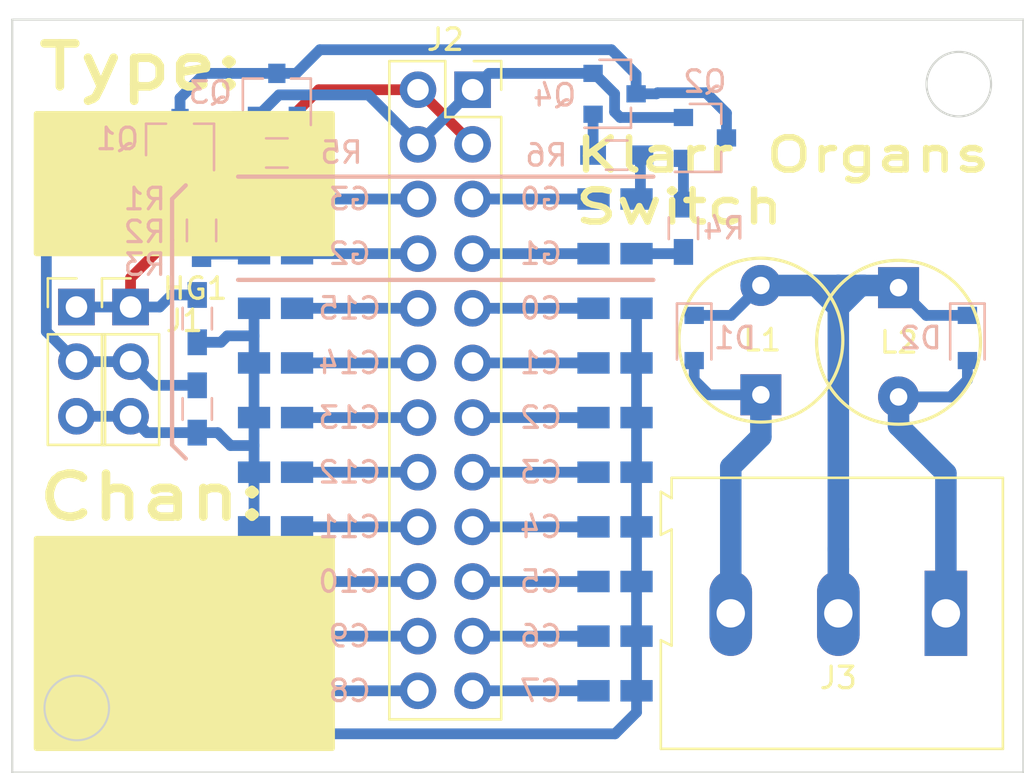
<source format=kicad_pcb>
(kicad_pcb (version 4) (host pcbnew 4.0.6)

  (general
    (links 78)
    (no_connects 8)
    (area 130.949999 44.949999 178.050001 80.050001)
    (thickness 1.6)
    (drawings 15)
    (tracks 144)
    (zones 0)
    (modules 38)
    (nets 36)
  )

  (page A4)
  (layers
    (0 F.Cu signal)
    (31 B.Cu signal)
    (32 B.Adhes user)
    (33 F.Adhes user)
    (34 B.Paste user)
    (35 F.Paste user)
    (36 B.SilkS user)
    (37 F.SilkS user)
    (38 B.Mask user)
    (39 F.Mask user)
    (40 Dwgs.User user)
    (41 Cmts.User user)
    (42 Eco1.User user)
    (43 Eco2.User user)
    (44 Edge.Cuts user)
    (45 Margin user)
    (46 B.CrtYd user)
    (47 F.CrtYd user)
    (48 B.Fab user)
    (49 F.Fab user)
  )

  (setup
    (last_trace_width 0.25)
    (trace_clearance 0.2)
    (zone_clearance 0.508)
    (zone_45_only no)
    (trace_min 0.2)
    (segment_width 0.2)
    (edge_width 0.1)
    (via_size 0.6)
    (via_drill 0.4)
    (via_min_size 0.4)
    (via_min_drill 0.3)
    (uvia_size 0.3)
    (uvia_drill 0.1)
    (uvias_allowed no)
    (uvia_min_size 0.2)
    (uvia_min_drill 0.1)
    (pcb_text_width 0.3)
    (pcb_text_size 1.5 1.5)
    (mod_edge_width 0.15)
    (mod_text_size 1 1)
    (mod_text_width 0.15)
    (pad_size 1.5 1.5)
    (pad_drill 0.6)
    (pad_to_mask_clearance 0)
    (aux_axis_origin 0 0)
    (visible_elements 7FFFFFFF)
    (pcbplotparams
      (layerselection 0x00030_80000001)
      (usegerberextensions false)
      (excludeedgelayer true)
      (linewidth 0.100000)
      (plotframeref false)
      (viasonmask false)
      (mode 1)
      (useauxorigin false)
      (hpglpennumber 1)
      (hpglpenspeed 20)
      (hpglpendiameter 15)
      (hpglpenoverlay 2)
      (psnegative false)
      (psa4output false)
      (plotreference true)
      (plotvalue true)
      (plotinvisibletext false)
      (padsonsilk false)
      (subtractmaskfromsilk false)
      (outputformat 1)
      (mirror false)
      (drillshape 1)
      (scaleselection 1)
      (outputdirectory ""))
  )

  (net 0 "")
  (net 1 "Net-(D1-Pad1)")
  (net 2 "Net-(D1-Pad2)")
  (net 3 "Net-(D2-Pad2)")
  (net 4 VCC)
  (net 5 SW_GND)
  (net 6 DIGITAL)
  (net 7 CH01)
  (net 8 CH02)
  (net 9 CH03)
  (net 10 CH04)
  (net 11 CH05)
  (net 12 CH06)
  (net 13 CH07)
  (net 14 CH08)
  (net 15 CH09)
  (net 16 CH10)
  (net 17 CH11)
  (net 18 CH12)
  (net 19 CH13)
  (net 20 CH14)
  (net 21 CH15)
  (net 22 CH16)
  (net 23 GND)
  (net 24 GND0)
  (net 25 GND3)
  (net 26 GND1)
  (net 27 GND2)
  (net 28 SW_GND0)
  (net 29 SW_GND1)
  (net 30 SW_GND2)
  (net 31 SW_GND3)
  (net 32 "Net-(Q1-Pad1)")
  (net 33 "Net-(Q2-Pad1)")
  (net 34 "Net-(Q3-Pad1)")
  (net 35 "Net-(Q4-Pad1)")

  (net_class Default "To jest domyślna klasa połączeń."
    (clearance 0.2)
    (trace_width 0.25)
    (via_dia 0.6)
    (via_drill 0.4)
    (uvia_dia 0.3)
    (uvia_drill 0.1)
  )

  (net_class PWR ""
    (clearance 0.7)
    (trace_width 1)
    (via_dia 1)
    (via_drill 0.7)
    (uvia_dia 0.3)
    (uvia_drill 0.1)
  )

  (net_class SIG ""
    (clearance 0.3)
    (trace_width 0.5)
    (via_dia 0.7)
    (via_drill 0.4)
    (uvia_dia 0.3)
    (uvia_drill 0.1)
    (add_net CH01)
    (add_net CH02)
    (add_net CH03)
    (add_net CH04)
    (add_net CH05)
    (add_net CH06)
    (add_net CH07)
    (add_net CH08)
    (add_net CH09)
    (add_net CH10)
    (add_net CH11)
    (add_net CH12)
    (add_net CH13)
    (add_net CH14)
    (add_net CH15)
    (add_net CH16)
    (add_net DIGITAL)
    (add_net GND)
    (add_net GND0)
    (add_net GND1)
    (add_net GND2)
    (add_net GND3)
    (add_net "Net-(D1-Pad1)")
    (add_net "Net-(D1-Pad2)")
    (add_net "Net-(D2-Pad2)")
    (add_net "Net-(Q1-Pad1)")
    (add_net "Net-(Q2-Pad1)")
    (add_net "Net-(Q3-Pad1)")
    (add_net "Net-(Q4-Pad1)")
    (add_net SW_GND)
    (add_net SW_GND0)
    (add_net SW_GND1)
    (add_net SW_GND2)
    (add_net SW_GND3)
    (add_net VCC)
  )

  (module Diodes_SMD:D_0805 (layer B.Cu) (tedit 590CE9A4) (tstamp 5B4E00A6)
    (at 162.7 59.8 270)
    (descr "Diode SMD in 0805 package http://datasheets.avx.com/schottky.pdf")
    (tags "smd diode")
    (path /5B314794)
    (attr smd)
    (fp_text reference D1 (at 0 -1.892 360) (layer B.SilkS)
      (effects (font (size 1 1) (thickness 0.15)) (justify mirror))
    )
    (fp_text value D_COIL (at 0 -1.7 270) (layer B.Fab)
      (effects (font (size 1 1) (thickness 0.15)) (justify mirror))
    )
    (fp_text user %R (at 0 1.6 270) (layer B.Fab)
      (effects (font (size 1 1) (thickness 0.15)) (justify mirror))
    )
    (fp_line (start -1.6 0.8) (end -1.6 -0.8) (layer B.SilkS) (width 0.12))
    (fp_line (start -1.7 -0.88) (end -1.7 0.88) (layer B.CrtYd) (width 0.05))
    (fp_line (start 1.7 -0.88) (end -1.7 -0.88) (layer B.CrtYd) (width 0.05))
    (fp_line (start 1.7 0.88) (end 1.7 -0.88) (layer B.CrtYd) (width 0.05))
    (fp_line (start -1.7 0.88) (end 1.7 0.88) (layer B.CrtYd) (width 0.05))
    (fp_line (start 0.2 0) (end 0.4 0) (layer B.Fab) (width 0.1))
    (fp_line (start -0.1 0) (end -0.3 0) (layer B.Fab) (width 0.1))
    (fp_line (start -0.1 0.2) (end -0.1 -0.2) (layer B.Fab) (width 0.1))
    (fp_line (start 0.2 -0.2) (end 0.2 0.2) (layer B.Fab) (width 0.1))
    (fp_line (start -0.1 0) (end 0.2 -0.2) (layer B.Fab) (width 0.1))
    (fp_line (start 0.2 0.2) (end -0.1 0) (layer B.Fab) (width 0.1))
    (fp_line (start -1 -0.65) (end -1 0.65) (layer B.Fab) (width 0.1))
    (fp_line (start 1 -0.65) (end -1 -0.65) (layer B.Fab) (width 0.1))
    (fp_line (start 1 0.65) (end 1 -0.65) (layer B.Fab) (width 0.1))
    (fp_line (start -1 0.65) (end 1 0.65) (layer B.Fab) (width 0.1))
    (fp_line (start -1.6 -0.8) (end 1 -0.8) (layer B.SilkS) (width 0.12))
    (fp_line (start -1.6 0.8) (end 1 0.8) (layer B.SilkS) (width 0.12))
    (pad 1 smd rect (at -1.05 0 270) (size 0.8 0.9) (layers B.Cu B.Paste B.Mask)
      (net 1 "Net-(D1-Pad1)"))
    (pad 2 smd rect (at 1.05 0 270) (size 0.8 0.9) (layers B.Cu B.Paste B.Mask)
      (net 2 "Net-(D1-Pad2)"))
    (model ${KISYS3DMOD}/Diodes_SMD.3dshapes/D_0805.wrl
      (at (xyz 0 0 0))
      (scale (xyz 1 1 1))
      (rotate (xyz 0 0 0))
    )
  )

  (module Diodes_SMD:D_0805 (layer B.Cu) (tedit 590CE9A4) (tstamp 5B4E00BE)
    (at 175.4 59.8 270)
    (descr "Diode SMD in 0805 package http://datasheets.avx.com/schottky.pdf")
    (tags "smd diode")
    (path /5B3146F5)
    (attr smd)
    (fp_text reference D2 (at 0 2.172 360) (layer B.SilkS)
      (effects (font (size 1 1) (thickness 0.15)) (justify mirror))
    )
    (fp_text value D_COIL (at 0 -1.7 270) (layer B.Fab)
      (effects (font (size 1 1) (thickness 0.15)) (justify mirror))
    )
    (fp_text user %R (at 0 1.6 270) (layer B.Fab)
      (effects (font (size 1 1) (thickness 0.15)) (justify mirror))
    )
    (fp_line (start -1.6 0.8) (end -1.6 -0.8) (layer B.SilkS) (width 0.12))
    (fp_line (start -1.7 -0.88) (end -1.7 0.88) (layer B.CrtYd) (width 0.05))
    (fp_line (start 1.7 -0.88) (end -1.7 -0.88) (layer B.CrtYd) (width 0.05))
    (fp_line (start 1.7 0.88) (end 1.7 -0.88) (layer B.CrtYd) (width 0.05))
    (fp_line (start -1.7 0.88) (end 1.7 0.88) (layer B.CrtYd) (width 0.05))
    (fp_line (start 0.2 0) (end 0.4 0) (layer B.Fab) (width 0.1))
    (fp_line (start -0.1 0) (end -0.3 0) (layer B.Fab) (width 0.1))
    (fp_line (start -0.1 0.2) (end -0.1 -0.2) (layer B.Fab) (width 0.1))
    (fp_line (start 0.2 -0.2) (end 0.2 0.2) (layer B.Fab) (width 0.1))
    (fp_line (start -0.1 0) (end 0.2 -0.2) (layer B.Fab) (width 0.1))
    (fp_line (start 0.2 0.2) (end -0.1 0) (layer B.Fab) (width 0.1))
    (fp_line (start -1 -0.65) (end -1 0.65) (layer B.Fab) (width 0.1))
    (fp_line (start 1 -0.65) (end -1 -0.65) (layer B.Fab) (width 0.1))
    (fp_line (start 1 0.65) (end 1 -0.65) (layer B.Fab) (width 0.1))
    (fp_line (start -1 0.65) (end 1 0.65) (layer B.Fab) (width 0.1))
    (fp_line (start -1.6 -0.8) (end 1 -0.8) (layer B.SilkS) (width 0.12))
    (fp_line (start -1.6 0.8) (end 1 0.8) (layer B.SilkS) (width 0.12))
    (pad 1 smd rect (at -1.05 0 270) (size 0.8 0.9) (layers B.Cu B.Paste B.Mask)
      (net 1 "Net-(D1-Pad1)"))
    (pad 2 smd rect (at 1.05 0 270) (size 0.8 0.9) (layers B.Cu B.Paste B.Mask)
      (net 3 "Net-(D2-Pad2)"))
    (model ${KISYS3DMOD}/Diodes_SMD.3dshapes/D_0805.wrl
      (at (xyz 0 0 0))
      (scale (xyz 1 1 1))
      (rotate (xyz 0 0 0))
    )
  )

  (module Pin_Headers:Pin_Header_Straight_1x03_Pitch2.54mm (layer F.Cu) (tedit 59650532) (tstamp 5B4E00D5)
    (at 136.5 58.36)
    (descr "Through hole straight pin header, 1x03, 2.54mm pitch, single row")
    (tags "Through hole pin header THT 1x03 2.54mm single row")
    (path /5A2EE2A2)
    (fp_text reference HG1 (at 3 -0.86) (layer F.SilkS)
      (effects (font (size 1 1) (thickness 0.15)))
    )
    (fp_text value Hall (at 0 7.41) (layer F.Fab)
      (effects (font (size 1 1) (thickness 0.15)))
    )
    (fp_line (start -0.635 -1.27) (end 1.27 -1.27) (layer F.Fab) (width 0.1))
    (fp_line (start 1.27 -1.27) (end 1.27 6.35) (layer F.Fab) (width 0.1))
    (fp_line (start 1.27 6.35) (end -1.27 6.35) (layer F.Fab) (width 0.1))
    (fp_line (start -1.27 6.35) (end -1.27 -0.635) (layer F.Fab) (width 0.1))
    (fp_line (start -1.27 -0.635) (end -0.635 -1.27) (layer F.Fab) (width 0.1))
    (fp_line (start -1.33 6.41) (end 1.33 6.41) (layer F.SilkS) (width 0.12))
    (fp_line (start -1.33 1.27) (end -1.33 6.41) (layer F.SilkS) (width 0.12))
    (fp_line (start 1.33 1.27) (end 1.33 6.41) (layer F.SilkS) (width 0.12))
    (fp_line (start -1.33 1.27) (end 1.33 1.27) (layer F.SilkS) (width 0.12))
    (fp_line (start -1.33 0) (end -1.33 -1.33) (layer F.SilkS) (width 0.12))
    (fp_line (start -1.33 -1.33) (end 0 -1.33) (layer F.SilkS) (width 0.12))
    (fp_line (start -1.8 -1.8) (end -1.8 6.85) (layer F.CrtYd) (width 0.05))
    (fp_line (start -1.8 6.85) (end 1.8 6.85) (layer F.CrtYd) (width 0.05))
    (fp_line (start 1.8 6.85) (end 1.8 -1.8) (layer F.CrtYd) (width 0.05))
    (fp_line (start 1.8 -1.8) (end -1.8 -1.8) (layer F.CrtYd) (width 0.05))
    (fp_text user %R (at 0 2.54 90) (layer F.Fab)
      (effects (font (size 1 1) (thickness 0.15)))
    )
    (pad 1 thru_hole rect (at 0 0) (size 1.7 1.7) (drill 1) (layers *.Cu *.Mask)
      (net 4 VCC))
    (pad 2 thru_hole oval (at 0 2.54) (size 1.7 1.7) (drill 1) (layers *.Cu *.Mask)
      (net 5 SW_GND))
    (pad 3 thru_hole oval (at 0 5.08) (size 1.7 1.7) (drill 1) (layers *.Cu *.Mask)
      (net 6 DIGITAL))
    (model ${KISYS3DMOD}/Pin_Headers.3dshapes/Pin_Header_Straight_1x03_Pitch2.54mm.wrl
      (at (xyz 0 -0.1 0))
      (scale (xyz 1 1 1))
      (rotate (xyz 0 0 90))
    )
  )

  (module Inductors:INDUCTOR_V (layer F.Cu) (tedit 0) (tstamp 5B4E01E6)
    (at 165.8 59.9 90)
    (descr "Inductor (vertical)")
    (tags INDUCTOR)
    (path /5A2F2F93)
    (fp_text reference L1 (at 0 0.062 180) (layer F.SilkS)
      (effects (font (size 1 1) (thickness 0.15)))
    )
    (fp_text value L (at 0.09906 -1.99898 90) (layer F.Fab)
      (effects (font (size 1 1) (thickness 0.15)))
    )
    (fp_circle (center 0 0) (end 3.81 0) (layer F.SilkS) (width 0.15))
    (pad 1 thru_hole rect (at -2.54 0 90) (size 1.905 1.905) (drill 0.8128) (layers *.Cu *.Mask)
      (net 2 "Net-(D1-Pad2)"))
    (pad 2 thru_hole circle (at 2.54 0 90) (size 1.905 1.905) (drill 0.8128) (layers *.Cu *.Mask)
      (net 1 "Net-(D1-Pad1)"))
  )

  (module Inductors:INDUCTOR_V (layer F.Cu) (tedit 0) (tstamp 5B4E01ED)
    (at 172.2 60 270)
    (descr "Inductor (vertical)")
    (tags INDUCTOR)
    (path /5A2F2A58)
    (fp_text reference L2 (at 0 -0.012 360) (layer F.SilkS)
      (effects (font (size 1 1) (thickness 0.15)))
    )
    (fp_text value L (at 0.09906 -1.99898 270) (layer F.Fab)
      (effects (font (size 1 1) (thickness 0.15)))
    )
    (fp_circle (center 0 0) (end 3.81 0) (layer F.SilkS) (width 0.15))
    (pad 1 thru_hole rect (at -2.54 0 270) (size 1.905 1.905) (drill 0.8128) (layers *.Cu *.Mask)
      (net 1 "Net-(D1-Pad1)"))
    (pad 2 thru_hole circle (at 2.54 0 270) (size 1.905 1.905) (drill 0.8128) (layers *.Cu *.Mask)
      (net 3 "Net-(D2-Pad2)"))
  )

  (module TO_SOT_Packages_SMD:SOT-23 (layer B.Cu) (tedit 58CE4E7E) (tstamp 5B4E0202)
    (at 138.8 50.6 90)
    (descr "SOT-23, Standard")
    (tags SOT-23)
    (path /5ABBD710)
    (attr smd)
    (fp_text reference Q1 (at 0.054 -2.91 360) (layer B.SilkS)
      (effects (font (size 1 1) (thickness 0.15)) (justify mirror))
    )
    (fp_text value Q_NPN_BEC (at 0 -2.5 90) (layer B.Fab)
      (effects (font (size 1 1) (thickness 0.15)) (justify mirror))
    )
    (fp_text user %R (at 0 0 360) (layer B.Fab)
      (effects (font (size 0.5 0.5) (thickness 0.075)) (justify mirror))
    )
    (fp_line (start -0.7 0.95) (end -0.7 -1.5) (layer B.Fab) (width 0.1))
    (fp_line (start -0.15 1.52) (end 0.7 1.52) (layer B.Fab) (width 0.1))
    (fp_line (start -0.7 0.95) (end -0.15 1.52) (layer B.Fab) (width 0.1))
    (fp_line (start 0.7 1.52) (end 0.7 -1.52) (layer B.Fab) (width 0.1))
    (fp_line (start -0.7 -1.52) (end 0.7 -1.52) (layer B.Fab) (width 0.1))
    (fp_line (start 0.76 -1.58) (end 0.76 -0.65) (layer B.SilkS) (width 0.12))
    (fp_line (start 0.76 1.58) (end 0.76 0.65) (layer B.SilkS) (width 0.12))
    (fp_line (start -1.7 1.75) (end 1.7 1.75) (layer B.CrtYd) (width 0.05))
    (fp_line (start 1.7 1.75) (end 1.7 -1.75) (layer B.CrtYd) (width 0.05))
    (fp_line (start 1.7 -1.75) (end -1.7 -1.75) (layer B.CrtYd) (width 0.05))
    (fp_line (start -1.7 -1.75) (end -1.7 1.75) (layer B.CrtYd) (width 0.05))
    (fp_line (start 0.76 1.58) (end -1.4 1.58) (layer B.SilkS) (width 0.12))
    (fp_line (start 0.76 -1.58) (end -0.7 -1.58) (layer B.SilkS) (width 0.12))
    (pad 1 smd rect (at -1 0.95 90) (size 0.9 0.8) (layers B.Cu B.Paste B.Mask)
      (net 32 "Net-(Q1-Pad1)"))
    (pad 2 smd rect (at -1 -0.95 90) (size 0.9 0.8) (layers B.Cu B.Paste B.Mask)
      (net 23 GND))
    (pad 3 smd rect (at 1 0 90) (size 0.9 0.8) (layers B.Cu B.Paste B.Mask)
      (net 5 SW_GND))
    (model ${KISYS3DMOD}/TO_SOT_Packages_SMD.3dshapes/SOT-23.wrl
      (at (xyz 0 0 0))
      (scale (xyz 1 1 1))
      (rotate (xyz 0 0 90))
    )
  )

  (module TO_SOT_Packages_SMD:SOT-23 (layer B.Cu) (tedit 58CE4E7E) (tstamp 5B4E0217)
    (at 163.2 50.5)
    (descr "SOT-23, Standard")
    (tags SOT-23)
    (path /5ABBE78B)
    (attr smd)
    (fp_text reference Q2 (at -0.005 -2.621) (layer B.SilkS)
      (effects (font (size 1 1) (thickness 0.15)) (justify mirror))
    )
    (fp_text value Q_NPN_BEC (at 0 -2.5) (layer B.Fab)
      (effects (font (size 1 1) (thickness 0.15)) (justify mirror))
    )
    (fp_text user %R (at 0 0 270) (layer B.Fab)
      (effects (font (size 0.5 0.5) (thickness 0.075)) (justify mirror))
    )
    (fp_line (start -0.7 0.95) (end -0.7 -1.5) (layer B.Fab) (width 0.1))
    (fp_line (start -0.15 1.52) (end 0.7 1.52) (layer B.Fab) (width 0.1))
    (fp_line (start -0.7 0.95) (end -0.15 1.52) (layer B.Fab) (width 0.1))
    (fp_line (start 0.7 1.52) (end 0.7 -1.52) (layer B.Fab) (width 0.1))
    (fp_line (start -0.7 -1.52) (end 0.7 -1.52) (layer B.Fab) (width 0.1))
    (fp_line (start 0.76 -1.58) (end 0.76 -0.65) (layer B.SilkS) (width 0.12))
    (fp_line (start 0.76 1.58) (end 0.76 0.65) (layer B.SilkS) (width 0.12))
    (fp_line (start -1.7 1.75) (end 1.7 1.75) (layer B.CrtYd) (width 0.05))
    (fp_line (start 1.7 1.75) (end 1.7 -1.75) (layer B.CrtYd) (width 0.05))
    (fp_line (start 1.7 -1.75) (end -1.7 -1.75) (layer B.CrtYd) (width 0.05))
    (fp_line (start -1.7 -1.75) (end -1.7 1.75) (layer B.CrtYd) (width 0.05))
    (fp_line (start 0.76 1.58) (end -1.4 1.58) (layer B.SilkS) (width 0.12))
    (fp_line (start 0.76 -1.58) (end -0.7 -1.58) (layer B.SilkS) (width 0.12))
    (pad 1 smd rect (at -1 0.95) (size 0.9 0.8) (layers B.Cu B.Paste B.Mask)
      (net 33 "Net-(Q2-Pad1)"))
    (pad 2 smd rect (at -1 -0.95) (size 0.9 0.8) (layers B.Cu B.Paste B.Mask)
      (net 23 GND))
    (pad 3 smd rect (at 1 0) (size 0.9 0.8) (layers B.Cu B.Paste B.Mask)
      (net 5 SW_GND))
    (model ${KISYS3DMOD}/TO_SOT_Packages_SMD.3dshapes/SOT-23.wrl
      (at (xyz 0 0 0))
      (scale (xyz 1 1 1))
      (rotate (xyz 0 0 90))
    )
  )

  (module TO_SOT_Packages_SMD:SOT-23 (layer B.Cu) (tedit 58CE4E7E) (tstamp 5B4E022C)
    (at 143.3 48.5 90)
    (descr "SOT-23, Standard")
    (tags SOT-23)
    (path /5ABBE520)
    (attr smd)
    (fp_text reference Q3 (at 0.113 -3.092 180) (layer B.SilkS)
      (effects (font (size 1 1) (thickness 0.15)) (justify mirror))
    )
    (fp_text value Q_NPN_BEC (at 0 -2.5 90) (layer B.Fab)
      (effects (font (size 1 1) (thickness 0.15)) (justify mirror))
    )
    (fp_text user %R (at 0 0 360) (layer B.Fab)
      (effects (font (size 0.5 0.5) (thickness 0.075)) (justify mirror))
    )
    (fp_line (start -0.7 0.95) (end -0.7 -1.5) (layer B.Fab) (width 0.1))
    (fp_line (start -0.15 1.52) (end 0.7 1.52) (layer B.Fab) (width 0.1))
    (fp_line (start -0.7 0.95) (end -0.15 1.52) (layer B.Fab) (width 0.1))
    (fp_line (start 0.7 1.52) (end 0.7 -1.52) (layer B.Fab) (width 0.1))
    (fp_line (start -0.7 -1.52) (end 0.7 -1.52) (layer B.Fab) (width 0.1))
    (fp_line (start 0.76 -1.58) (end 0.76 -0.65) (layer B.SilkS) (width 0.12))
    (fp_line (start 0.76 1.58) (end 0.76 0.65) (layer B.SilkS) (width 0.12))
    (fp_line (start -1.7 1.75) (end 1.7 1.75) (layer B.CrtYd) (width 0.05))
    (fp_line (start 1.7 1.75) (end 1.7 -1.75) (layer B.CrtYd) (width 0.05))
    (fp_line (start 1.7 -1.75) (end -1.7 -1.75) (layer B.CrtYd) (width 0.05))
    (fp_line (start -1.7 -1.75) (end -1.7 1.75) (layer B.CrtYd) (width 0.05))
    (fp_line (start 0.76 1.58) (end -1.4 1.58) (layer B.SilkS) (width 0.12))
    (fp_line (start 0.76 -1.58) (end -0.7 -1.58) (layer B.SilkS) (width 0.12))
    (pad 1 smd rect (at -1 0.95 90) (size 0.9 0.8) (layers B.Cu B.Paste B.Mask)
      (net 34 "Net-(Q3-Pad1)"))
    (pad 2 smd rect (at -1 -0.95 90) (size 0.9 0.8) (layers B.Cu B.Paste B.Mask)
      (net 23 GND))
    (pad 3 smd rect (at 1 0 90) (size 0.9 0.8) (layers B.Cu B.Paste B.Mask)
      (net 5 SW_GND))
    (model ${KISYS3DMOD}/TO_SOT_Packages_SMD.3dshapes/SOT-23.wrl
      (at (xyz 0 0 0))
      (scale (xyz 1 1 1))
      (rotate (xyz 0 0 90))
    )
  )

  (module TO_SOT_Packages_SMD:SOT-23 (layer B.Cu) (tedit 58CE4E7E) (tstamp 5B4E0241)
    (at 159 48.45)
    (descr "SOT-23, Standard")
    (tags SOT-23)
    (path /5ABBE7A4)
    (attr smd)
    (fp_text reference Q4 (at -2.79 0.064) (layer B.SilkS)
      (effects (font (size 1 1) (thickness 0.15)) (justify mirror))
    )
    (fp_text value Q_NPN_BEC (at 0 -2.5) (layer B.Fab)
      (effects (font (size 1 1) (thickness 0.15)) (justify mirror))
    )
    (fp_text user %R (at 0 0 270) (layer B.Fab)
      (effects (font (size 0.5 0.5) (thickness 0.075)) (justify mirror))
    )
    (fp_line (start -0.7 0.95) (end -0.7 -1.5) (layer B.Fab) (width 0.1))
    (fp_line (start -0.15 1.52) (end 0.7 1.52) (layer B.Fab) (width 0.1))
    (fp_line (start -0.7 0.95) (end -0.15 1.52) (layer B.Fab) (width 0.1))
    (fp_line (start 0.7 1.52) (end 0.7 -1.52) (layer B.Fab) (width 0.1))
    (fp_line (start -0.7 -1.52) (end 0.7 -1.52) (layer B.Fab) (width 0.1))
    (fp_line (start 0.76 -1.58) (end 0.76 -0.65) (layer B.SilkS) (width 0.12))
    (fp_line (start 0.76 1.58) (end 0.76 0.65) (layer B.SilkS) (width 0.12))
    (fp_line (start -1.7 1.75) (end 1.7 1.75) (layer B.CrtYd) (width 0.05))
    (fp_line (start 1.7 1.75) (end 1.7 -1.75) (layer B.CrtYd) (width 0.05))
    (fp_line (start 1.7 -1.75) (end -1.7 -1.75) (layer B.CrtYd) (width 0.05))
    (fp_line (start -1.7 -1.75) (end -1.7 1.75) (layer B.CrtYd) (width 0.05))
    (fp_line (start 0.76 1.58) (end -1.4 1.58) (layer B.SilkS) (width 0.12))
    (fp_line (start 0.76 -1.58) (end -0.7 -1.58) (layer B.SilkS) (width 0.12))
    (pad 1 smd rect (at -1 0.95) (size 0.9 0.8) (layers B.Cu B.Paste B.Mask)
      (net 35 "Net-(Q4-Pad1)"))
    (pad 2 smd rect (at -1 -0.95) (size 0.9 0.8) (layers B.Cu B.Paste B.Mask)
      (net 23 GND))
    (pad 3 smd rect (at 1 0) (size 0.9 0.8) (layers B.Cu B.Paste B.Mask)
      (net 5 SW_GND))
    (model ${KISYS3DMOD}/TO_SOT_Packages_SMD.3dshapes/SOT-23.wrl
      (at (xyz 0 0 0))
      (scale (xyz 1 1 1))
      (rotate (xyz 0 0 90))
    )
  )

  (module Resistors_SMD:R_0603_HandSoldering (layer B.Cu) (tedit 58E0A804) (tstamp 5B4E0252)
    (at 139.8 54.8 270)
    (descr "Resistor SMD 0603, hand soldering")
    (tags "resistor 0603")
    (path /5ABBE15F)
    (attr smd)
    (fp_text reference R1 (at -1.46 2.64 360) (layer B.SilkS)
      (effects (font (size 1 1) (thickness 0.15)) (justify mirror))
    )
    (fp_text value 3k3 (at 0 -1.55 270) (layer B.Fab)
      (effects (font (size 1 1) (thickness 0.15)) (justify mirror))
    )
    (fp_text user %R (at 0 0 270) (layer B.Fab)
      (effects (font (size 0.4 0.4) (thickness 0.075)) (justify mirror))
    )
    (fp_line (start -0.8 -0.4) (end -0.8 0.4) (layer B.Fab) (width 0.1))
    (fp_line (start 0.8 -0.4) (end -0.8 -0.4) (layer B.Fab) (width 0.1))
    (fp_line (start 0.8 0.4) (end 0.8 -0.4) (layer B.Fab) (width 0.1))
    (fp_line (start -0.8 0.4) (end 0.8 0.4) (layer B.Fab) (width 0.1))
    (fp_line (start 0.5 -0.68) (end -0.5 -0.68) (layer B.SilkS) (width 0.12))
    (fp_line (start -0.5 0.68) (end 0.5 0.68) (layer B.SilkS) (width 0.12))
    (fp_line (start -1.96 0.7) (end 1.95 0.7) (layer B.CrtYd) (width 0.05))
    (fp_line (start -1.96 0.7) (end -1.96 -0.7) (layer B.CrtYd) (width 0.05))
    (fp_line (start 1.95 -0.7) (end 1.95 0.7) (layer B.CrtYd) (width 0.05))
    (fp_line (start 1.95 -0.7) (end -1.96 -0.7) (layer B.CrtYd) (width 0.05))
    (pad 1 smd rect (at -1.1 0 270) (size 1.2 0.9) (layers B.Cu B.Paste B.Mask)
      (net 32 "Net-(Q1-Pad1)"))
    (pad 2 smd rect (at 1.1 0 270) (size 1.2 0.9) (layers B.Cu B.Paste B.Mask)
      (net 28 SW_GND0))
    (model ${KISYS3DMOD}/Resistors_SMD.3dshapes/R_0603.wrl
      (at (xyz 0 0 0))
      (scale (xyz 1 1 1))
      (rotate (xyz 0 0 0))
    )
  )

  (module Resistors_SMD:R_0603_HandSoldering (layer B.Cu) (tedit 58E0A804) (tstamp 5B4E0263)
    (at 139.6 58.9 270)
    (descr "Resistor SMD 0603, hand soldering")
    (tags "resistor 0603")
    (path /5B316740)
    (attr smd)
    (fp_text reference R2 (at -4.036 2.44 360) (layer B.SilkS)
      (effects (font (size 1 1) (thickness 0.15)) (justify mirror))
    )
    (fp_text value [10k] (at 0 -1.55 270) (layer B.Fab)
      (effects (font (size 1 1) (thickness 0.15)) (justify mirror))
    )
    (fp_text user %R (at 0 0 270) (layer B.Fab)
      (effects (font (size 0.4 0.4) (thickness 0.075)) (justify mirror))
    )
    (fp_line (start -0.8 -0.4) (end -0.8 0.4) (layer B.Fab) (width 0.1))
    (fp_line (start 0.8 -0.4) (end -0.8 -0.4) (layer B.Fab) (width 0.1))
    (fp_line (start 0.8 0.4) (end 0.8 -0.4) (layer B.Fab) (width 0.1))
    (fp_line (start -0.8 0.4) (end 0.8 0.4) (layer B.Fab) (width 0.1))
    (fp_line (start 0.5 -0.68) (end -0.5 -0.68) (layer B.SilkS) (width 0.12))
    (fp_line (start -0.5 0.68) (end 0.5 0.68) (layer B.SilkS) (width 0.12))
    (fp_line (start -1.96 0.7) (end 1.95 0.7) (layer B.CrtYd) (width 0.05))
    (fp_line (start -1.96 0.7) (end -1.96 -0.7) (layer B.CrtYd) (width 0.05))
    (fp_line (start 1.95 -0.7) (end 1.95 0.7) (layer B.CrtYd) (width 0.05))
    (fp_line (start 1.95 -0.7) (end -1.96 -0.7) (layer B.CrtYd) (width 0.05))
    (pad 1 smd rect (at -1.1 0 270) (size 1.2 0.9) (layers B.Cu B.Paste B.Mask)
      (net 4 VCC))
    (pad 2 smd rect (at 1.1 0 270) (size 1.2 0.9) (layers B.Cu B.Paste B.Mask)
      (net 6 DIGITAL))
    (model ${KISYS3DMOD}/Resistors_SMD.3dshapes/R_0603.wrl
      (at (xyz 0 0 0))
      (scale (xyz 1 1 1))
      (rotate (xyz 0 0 0))
    )
  )

  (module Resistors_SMD:R_0603_HandSoldering (layer B.Cu) (tedit 58E0A804) (tstamp 5B4E0274)
    (at 139.6 63.1 90)
    (descr "Resistor SMD 0603, hand soldering")
    (tags "resistor 0603")
    (path /5B316291)
    (attr smd)
    (fp_text reference R3 (at 6.712 -2.44 180) (layer B.SilkS)
      (effects (font (size 1 1) (thickness 0.15)) (justify mirror))
    )
    (fp_text value [10k] (at 0 -1.55 90) (layer B.Fab)
      (effects (font (size 1 1) (thickness 0.15)) (justify mirror))
    )
    (fp_text user %R (at 0 0 90) (layer B.Fab)
      (effects (font (size 0.4 0.4) (thickness 0.075)) (justify mirror))
    )
    (fp_line (start -0.8 -0.4) (end -0.8 0.4) (layer B.Fab) (width 0.1))
    (fp_line (start 0.8 -0.4) (end -0.8 -0.4) (layer B.Fab) (width 0.1))
    (fp_line (start 0.8 0.4) (end 0.8 -0.4) (layer B.Fab) (width 0.1))
    (fp_line (start -0.8 0.4) (end 0.8 0.4) (layer B.Fab) (width 0.1))
    (fp_line (start 0.5 -0.68) (end -0.5 -0.68) (layer B.SilkS) (width 0.12))
    (fp_line (start -0.5 0.68) (end 0.5 0.68) (layer B.SilkS) (width 0.12))
    (fp_line (start -1.96 0.7) (end 1.95 0.7) (layer B.CrtYd) (width 0.05))
    (fp_line (start -1.96 0.7) (end -1.96 -0.7) (layer B.CrtYd) (width 0.05))
    (fp_line (start 1.95 -0.7) (end 1.95 0.7) (layer B.CrtYd) (width 0.05))
    (fp_line (start 1.95 -0.7) (end -1.96 -0.7) (layer B.CrtYd) (width 0.05))
    (pad 1 smd rect (at -1.1 0 90) (size 1.2 0.9) (layers B.Cu B.Paste B.Mask)
      (net 6 DIGITAL))
    (pad 2 smd rect (at 1.1 0 90) (size 1.2 0.9) (layers B.Cu B.Paste B.Mask)
      (net 5 SW_GND))
    (model ${KISYS3DMOD}/Resistors_SMD.3dshapes/R_0603.wrl
      (at (xyz 0 0 0))
      (scale (xyz 1 1 1))
      (rotate (xyz 0 0 0))
    )
  )

  (module Resistors_SMD:R_0603_HandSoldering (layer B.Cu) (tedit 58E0A804) (tstamp 5B4E0285)
    (at 162.2 54.7 270)
    (descr "Resistor SMD 0603, hand soldering")
    (tags "resistor 0603")
    (path /5ABBE795)
    (attr smd)
    (fp_text reference R4 (at 0 -1.884 360) (layer B.SilkS)
      (effects (font (size 1 1) (thickness 0.15)) (justify mirror))
    )
    (fp_text value 3k3 (at 0 -1.55 270) (layer B.Fab)
      (effects (font (size 1 1) (thickness 0.15)) (justify mirror))
    )
    (fp_text user %R (at 0 0 270) (layer B.Fab)
      (effects (font (size 0.4 0.4) (thickness 0.075)) (justify mirror))
    )
    (fp_line (start -0.8 -0.4) (end -0.8 0.4) (layer B.Fab) (width 0.1))
    (fp_line (start 0.8 -0.4) (end -0.8 -0.4) (layer B.Fab) (width 0.1))
    (fp_line (start 0.8 0.4) (end 0.8 -0.4) (layer B.Fab) (width 0.1))
    (fp_line (start -0.8 0.4) (end 0.8 0.4) (layer B.Fab) (width 0.1))
    (fp_line (start 0.5 -0.68) (end -0.5 -0.68) (layer B.SilkS) (width 0.12))
    (fp_line (start -0.5 0.68) (end 0.5 0.68) (layer B.SilkS) (width 0.12))
    (fp_line (start -1.96 0.7) (end 1.95 0.7) (layer B.CrtYd) (width 0.05))
    (fp_line (start -1.96 0.7) (end -1.96 -0.7) (layer B.CrtYd) (width 0.05))
    (fp_line (start 1.95 -0.7) (end 1.95 0.7) (layer B.CrtYd) (width 0.05))
    (fp_line (start 1.95 -0.7) (end -1.96 -0.7) (layer B.CrtYd) (width 0.05))
    (pad 1 smd rect (at -1.1 0 270) (size 1.2 0.9) (layers B.Cu B.Paste B.Mask)
      (net 33 "Net-(Q2-Pad1)"))
    (pad 2 smd rect (at 1.1 0 270) (size 1.2 0.9) (layers B.Cu B.Paste B.Mask)
      (net 30 SW_GND2))
    (model ${KISYS3DMOD}/Resistors_SMD.3dshapes/R_0603.wrl
      (at (xyz 0 0 0))
      (scale (xyz 1 1 1))
      (rotate (xyz 0 0 0))
    )
  )

  (module Resistors_SMD:R_0603_HandSoldering (layer B.Cu) (tedit 58E0A804) (tstamp 5B4E0296)
    (at 143.3 51.2 180)
    (descr "Resistor SMD 0603, hand soldering")
    (tags "resistor 0603")
    (path /5ABBE52A)
    (attr smd)
    (fp_text reference R5 (at -3.004 0.019 180) (layer B.SilkS)
      (effects (font (size 1 1) (thickness 0.15)) (justify mirror))
    )
    (fp_text value 3k3 (at 0 -1.55 180) (layer B.Fab)
      (effects (font (size 1 1) (thickness 0.15)) (justify mirror))
    )
    (fp_text user %R (at 0 0 180) (layer B.Fab)
      (effects (font (size 0.4 0.4) (thickness 0.075)) (justify mirror))
    )
    (fp_line (start -0.8 -0.4) (end -0.8 0.4) (layer B.Fab) (width 0.1))
    (fp_line (start 0.8 -0.4) (end -0.8 -0.4) (layer B.Fab) (width 0.1))
    (fp_line (start 0.8 0.4) (end 0.8 -0.4) (layer B.Fab) (width 0.1))
    (fp_line (start -0.8 0.4) (end 0.8 0.4) (layer B.Fab) (width 0.1))
    (fp_line (start 0.5 -0.68) (end -0.5 -0.68) (layer B.SilkS) (width 0.12))
    (fp_line (start -0.5 0.68) (end 0.5 0.68) (layer B.SilkS) (width 0.12))
    (fp_line (start -1.96 0.7) (end 1.95 0.7) (layer B.CrtYd) (width 0.05))
    (fp_line (start -1.96 0.7) (end -1.96 -0.7) (layer B.CrtYd) (width 0.05))
    (fp_line (start 1.95 -0.7) (end 1.95 0.7) (layer B.CrtYd) (width 0.05))
    (fp_line (start 1.95 -0.7) (end -1.96 -0.7) (layer B.CrtYd) (width 0.05))
    (pad 1 smd rect (at -1.1 0 180) (size 1.2 0.9) (layers B.Cu B.Paste B.Mask)
      (net 34 "Net-(Q3-Pad1)"))
    (pad 2 smd rect (at 1.1 0 180) (size 1.2 0.9) (layers B.Cu B.Paste B.Mask)
      (net 29 SW_GND1))
    (model ${KISYS3DMOD}/Resistors_SMD.3dshapes/R_0603.wrl
      (at (xyz 0 0 0))
      (scale (xyz 1 1 1))
      (rotate (xyz 0 0 0))
    )
  )

  (module Resistors_SMD:R_0603_HandSoldering (layer B.Cu) (tedit 58E0A804) (tstamp 5B4E02A7)
    (at 159.1 51.3)
    (descr "Resistor SMD 0603, hand soldering")
    (tags "resistor 0603")
    (path /5ABBE7AE)
    (attr smd)
    (fp_text reference R6 (at -3.271 0.008) (layer B.SilkS)
      (effects (font (size 1 1) (thickness 0.15)) (justify mirror))
    )
    (fp_text value 3k3 (at 0 -1.55) (layer B.Fab)
      (effects (font (size 1 1) (thickness 0.15)) (justify mirror))
    )
    (fp_text user %R (at 0 0) (layer B.Fab)
      (effects (font (size 0.4 0.4) (thickness 0.075)) (justify mirror))
    )
    (fp_line (start -0.8 -0.4) (end -0.8 0.4) (layer B.Fab) (width 0.1))
    (fp_line (start 0.8 -0.4) (end -0.8 -0.4) (layer B.Fab) (width 0.1))
    (fp_line (start 0.8 0.4) (end 0.8 -0.4) (layer B.Fab) (width 0.1))
    (fp_line (start -0.8 0.4) (end 0.8 0.4) (layer B.Fab) (width 0.1))
    (fp_line (start 0.5 -0.68) (end -0.5 -0.68) (layer B.SilkS) (width 0.12))
    (fp_line (start -0.5 0.68) (end 0.5 0.68) (layer B.SilkS) (width 0.12))
    (fp_line (start -1.96 0.7) (end 1.95 0.7) (layer B.CrtYd) (width 0.05))
    (fp_line (start -1.96 0.7) (end -1.96 -0.7) (layer B.CrtYd) (width 0.05))
    (fp_line (start 1.95 -0.7) (end 1.95 0.7) (layer B.CrtYd) (width 0.05))
    (fp_line (start 1.95 -0.7) (end -1.96 -0.7) (layer B.CrtYd) (width 0.05))
    (pad 1 smd rect (at -1.1 0) (size 1.2 0.9) (layers B.Cu B.Paste B.Mask)
      (net 35 "Net-(Q4-Pad1)"))
    (pad 2 smd rect (at 1.1 0) (size 1.2 0.9) (layers B.Cu B.Paste B.Mask)
      (net 31 SW_GND3))
    (model ${KISYS3DMOD}/Resistors_SMD.3dshapes/R_0603.wrl
      (at (xyz 0 0 0))
      (scale (xyz 1 1 1))
      (rotate (xyz 0 0 0))
    )
  )

  (module Pin_Headers:Pin_Header_Straight_1x03_Pitch2.54mm (layer F.Cu) (tedit 59650532) (tstamp 5B4E1FAA)
    (at 133.985 58.36)
    (descr "Through hole straight pin header, 1x03, 2.54mm pitch, single row")
    (tags "Through hole pin header THT 1x03 2.54mm single row")
    (path /5B314D32)
    (fp_text reference J1 (at 5.015 0.64) (layer F.SilkS)
      (effects (font (size 1 1) (thickness 0.15)))
    )
    (fp_text value HAL_TEST (at 0 7.41) (layer F.Fab)
      (effects (font (size 1 1) (thickness 0.15)))
    )
    (fp_line (start -0.635 -1.27) (end 1.27 -1.27) (layer F.Fab) (width 0.1))
    (fp_line (start 1.27 -1.27) (end 1.27 6.35) (layer F.Fab) (width 0.1))
    (fp_line (start 1.27 6.35) (end -1.27 6.35) (layer F.Fab) (width 0.1))
    (fp_line (start -1.27 6.35) (end -1.27 -0.635) (layer F.Fab) (width 0.1))
    (fp_line (start -1.27 -0.635) (end -0.635 -1.27) (layer F.Fab) (width 0.1))
    (fp_line (start -1.33 6.41) (end 1.33 6.41) (layer F.SilkS) (width 0.12))
    (fp_line (start -1.33 1.27) (end -1.33 6.41) (layer F.SilkS) (width 0.12))
    (fp_line (start 1.33 1.27) (end 1.33 6.41) (layer F.SilkS) (width 0.12))
    (fp_line (start -1.33 1.27) (end 1.33 1.27) (layer F.SilkS) (width 0.12))
    (fp_line (start -1.33 0) (end -1.33 -1.33) (layer F.SilkS) (width 0.12))
    (fp_line (start -1.33 -1.33) (end 0 -1.33) (layer F.SilkS) (width 0.12))
    (fp_line (start -1.8 -1.8) (end -1.8 6.85) (layer F.CrtYd) (width 0.05))
    (fp_line (start -1.8 6.85) (end 1.8 6.85) (layer F.CrtYd) (width 0.05))
    (fp_line (start 1.8 6.85) (end 1.8 -1.8) (layer F.CrtYd) (width 0.05))
    (fp_line (start 1.8 -1.8) (end -1.8 -1.8) (layer F.CrtYd) (width 0.05))
    (fp_text user %R (at 0 2.54 90) (layer F.Fab)
      (effects (font (size 1 1) (thickness 0.15)))
    )
    (pad 1 thru_hole rect (at 0 0) (size 1.7 1.7) (drill 1) (layers *.Cu *.Mask)
      (net 4 VCC))
    (pad 2 thru_hole oval (at 0 2.54) (size 1.7 1.7) (drill 1) (layers *.Cu *.Mask)
      (net 5 SW_GND))
    (pad 3 thru_hole oval (at 0 5.08) (size 1.7 1.7) (drill 1) (layers *.Cu *.Mask)
      (net 6 DIGITAL))
    (model ${KISYS3DMOD}/Pin_Headers.3dshapes/Pin_Header_Straight_1x03_Pitch2.54mm.wrl
      (at (xyz 0 -0.1 0))
      (scale (xyz 1 1 1))
      (rotate (xyz 0 0 90))
    )
  )

  (module Socket_Strips:Socket_Strip_Straight_2x12_Pitch2.54mm (layer F.Cu) (tedit 58CD5449) (tstamp 5B4E1FC0)
    (at 152.4 48.26)
    (descr "Through hole straight socket strip, 2x12, 2.54mm pitch, double rows")
    (tags "Through hole socket strip THT 2x12 2.54mm double row")
    (path /5A3094F6)
    (fp_text reference J2 (at -1.27 -2.33) (layer F.SilkS)
      (effects (font (size 1 1) (thickness 0.15)))
    )
    (fp_text value IDC1 (at -1.27 30.27) (layer F.Fab)
      (effects (font (size 1 1) (thickness 0.15)))
    )
    (fp_line (start -3.81 -1.27) (end -3.81 29.21) (layer F.Fab) (width 0.1))
    (fp_line (start -3.81 29.21) (end 1.27 29.21) (layer F.Fab) (width 0.1))
    (fp_line (start 1.27 29.21) (end 1.27 -1.27) (layer F.Fab) (width 0.1))
    (fp_line (start 1.27 -1.27) (end -3.81 -1.27) (layer F.Fab) (width 0.1))
    (fp_line (start 1.33 1.27) (end 1.33 29.27) (layer F.SilkS) (width 0.12))
    (fp_line (start 1.33 29.27) (end -3.87 29.27) (layer F.SilkS) (width 0.12))
    (fp_line (start -3.87 29.27) (end -3.87 -1.33) (layer F.SilkS) (width 0.12))
    (fp_line (start -3.87 -1.33) (end -1.27 -1.33) (layer F.SilkS) (width 0.12))
    (fp_line (start -1.27 -1.33) (end -1.27 1.27) (layer F.SilkS) (width 0.12))
    (fp_line (start -1.27 1.27) (end 1.33 1.27) (layer F.SilkS) (width 0.12))
    (fp_line (start 1.33 0) (end 1.33 -1.33) (layer F.SilkS) (width 0.12))
    (fp_line (start 1.33 -1.33) (end 0.06 -1.33) (layer F.SilkS) (width 0.12))
    (fp_line (start -4.35 -1.8) (end -4.35 29.75) (layer F.CrtYd) (width 0.05))
    (fp_line (start -4.35 29.75) (end 1.8 29.75) (layer F.CrtYd) (width 0.05))
    (fp_line (start 1.8 29.75) (end 1.8 -1.8) (layer F.CrtYd) (width 0.05))
    (fp_line (start 1.8 -1.8) (end -4.35 -1.8) (layer F.CrtYd) (width 0.05))
    (fp_text user %R (at -1.27 -2.33) (layer F.Fab)
      (effects (font (size 1 1) (thickness 0.15)))
    )
    (pad 1 thru_hole rect (at 0 0) (size 1.7 1.7) (drill 1) (layers *.Cu *.Mask)
      (net 23 GND))
    (pad 2 thru_hole oval (at -2.54 0) (size 1.7 1.7) (drill 1) (layers *.Cu *.Mask)
      (net 4 VCC))
    (pad 3 thru_hole oval (at 0 2.54) (size 1.7 1.7) (drill 1) (layers *.Cu *.Mask)
      (net 4 VCC))
    (pad 4 thru_hole oval (at -2.54 2.54) (size 1.7 1.7) (drill 1) (layers *.Cu *.Mask)
      (net 23 GND))
    (pad 5 thru_hole oval (at 0 5.08) (size 1.7 1.7) (drill 1) (layers *.Cu *.Mask)
      (net 24 GND0))
    (pad 6 thru_hole oval (at -2.54 5.08) (size 1.7 1.7) (drill 1) (layers *.Cu *.Mask)
      (net 25 GND3))
    (pad 7 thru_hole oval (at 0 7.62) (size 1.7 1.7) (drill 1) (layers *.Cu *.Mask)
      (net 26 GND1))
    (pad 8 thru_hole oval (at -2.54 7.62) (size 1.7 1.7) (drill 1) (layers *.Cu *.Mask)
      (net 27 GND2))
    (pad 9 thru_hole oval (at 0 10.16) (size 1.7 1.7) (drill 1) (layers *.Cu *.Mask)
      (net 7 CH01))
    (pad 10 thru_hole oval (at -2.54 10.16) (size 1.7 1.7) (drill 1) (layers *.Cu *.Mask)
      (net 22 CH16))
    (pad 11 thru_hole oval (at 0 12.7) (size 1.7 1.7) (drill 1) (layers *.Cu *.Mask)
      (net 8 CH02))
    (pad 12 thru_hole oval (at -2.54 12.7) (size 1.7 1.7) (drill 1) (layers *.Cu *.Mask)
      (net 21 CH15))
    (pad 13 thru_hole oval (at 0 15.24) (size 1.7 1.7) (drill 1) (layers *.Cu *.Mask)
      (net 9 CH03))
    (pad 14 thru_hole oval (at -2.54 15.24) (size 1.7 1.7) (drill 1) (layers *.Cu *.Mask)
      (net 20 CH14))
    (pad 15 thru_hole oval (at 0 17.78) (size 1.7 1.7) (drill 1) (layers *.Cu *.Mask)
      (net 10 CH04))
    (pad 16 thru_hole oval (at -2.54 17.78) (size 1.7 1.7) (drill 1) (layers *.Cu *.Mask)
      (net 19 CH13))
    (pad 17 thru_hole oval (at 0 20.32) (size 1.7 1.7) (drill 1) (layers *.Cu *.Mask)
      (net 11 CH05))
    (pad 18 thru_hole oval (at -2.54 20.32) (size 1.7 1.7) (drill 1) (layers *.Cu *.Mask)
      (net 18 CH12))
    (pad 19 thru_hole oval (at 0 22.86) (size 1.7 1.7) (drill 1) (layers *.Cu *.Mask)
      (net 12 CH06))
    (pad 20 thru_hole oval (at -2.54 22.86) (size 1.7 1.7) (drill 1) (layers *.Cu *.Mask)
      (net 17 CH11))
    (pad 21 thru_hole oval (at 0 25.4) (size 1.7 1.7) (drill 1) (layers *.Cu *.Mask)
      (net 13 CH07))
    (pad 22 thru_hole oval (at -2.54 25.4) (size 1.7 1.7) (drill 1) (layers *.Cu *.Mask)
      (net 16 CH10))
    (pad 23 thru_hole oval (at 0 27.94) (size 1.7 1.7) (drill 1) (layers *.Cu *.Mask)
      (net 14 CH08))
    (pad 24 thru_hole oval (at -2.54 27.94) (size 1.7 1.7) (drill 1) (layers *.Cu *.Mask)
      (net 15 CH09))
    (model ${KISYS3DMOD}/Socket_Strips.3dshapes/Socket_Strip_Straight_2x12_Pitch2.54mm.wrl
      (at (xyz -0.05 -0.55 0))
      (scale (xyz 1 1 1))
      (rotate (xyz 0 0 270))
    )
  )

  (module Connectors_Terminal_Blocks:TerminalBlock_Altech_AK300-3_P5.00mm (layer F.Cu) (tedit 59FF0306) (tstamp 5B4E1FDB)
    (at 174.4 72.6 180)
    (descr "Altech AK300 terminal block, pitch 5.0mm, 45 degree angled, see http://www.mouser.com/ds/2/16/PCBMETRC-24178.pdf")
    (tags "Altech AK300 terminal block pitch 5.0mm")
    (path /5A2F312C)
    (fp_text reference J3 (at 5 -3 180) (layer F.SilkS)
      (effects (font (size 1 1) (thickness 0.15)))
    )
    (fp_text value COILS (at 4.95 7.3 180) (layer F.Fab)
      (effects (font (size 1 1) (thickness 0.15)))
    )
    (fp_text user %R (at 5 -2 180) (layer F.Fab)
      (effects (font (size 1 1) (thickness 0.15)))
    )
    (fp_line (start -2.65 -6.3) (end -2.65 6.3) (layer F.SilkS) (width 0.12))
    (fp_line (start -2.65 6.3) (end 12.75 6.3) (layer F.SilkS) (width 0.12))
    (fp_line (start 12.75 6.3) (end 12.75 5.35) (layer F.SilkS) (width 0.12))
    (fp_line (start 12.75 5.35) (end 13.25 5.65) (layer F.SilkS) (width 0.12))
    (fp_line (start 13.25 5.65) (end 13.25 3.65) (layer F.SilkS) (width 0.12))
    (fp_line (start 13.25 3.65) (end 12.75 3.9) (layer F.SilkS) (width 0.12))
    (fp_line (start 12.75 3.9) (end 12.75 -1.5) (layer F.SilkS) (width 0.12))
    (fp_line (start 12.75 -1.5) (end 13.25 -1.25) (layer F.SilkS) (width 0.12))
    (fp_line (start 13.25 -1.25) (end 13.25 -6.3) (layer F.SilkS) (width 0.12))
    (fp_line (start 13.25 -6.3) (end -2.65 -6.3) (layer F.SilkS) (width 0.12))
    (fp_line (start 12.66 -0.65) (end -2.52 -0.65) (layer F.Fab) (width 0.1))
    (fp_line (start 8.02 3.99) (end 8.02 -0.26) (layer F.Fab) (width 0.1))
    (fp_line (start 12.09 6.21) (end 7.58 6.21) (layer F.Fab) (width 0.1))
    (fp_line (start 7.58 -3.19) (end 12.6 -3.19) (layer F.Fab) (width 0.1))
    (fp_line (start -2.58 -6.23) (end 12.66 -6.23) (layer F.Fab) (width 0.1))
    (fp_line (start 8.42 -0.26) (end 11.72 -0.26) (layer F.Fab) (width 0.1))
    (fp_line (start 8.04 -0.26) (end 8.42 -0.26) (layer F.Fab) (width 0.1))
    (fp_line (start 12.1 -0.26) (end 11.72 -0.26) (layer F.Fab) (width 0.1))
    (fp_line (start 8.57 -4.33) (end 11.62 -4.96) (layer F.Fab) (width 0.1))
    (fp_line (start 8.44 -4.46) (end 11.49 -5.09) (layer F.Fab) (width 0.1))
    (fp_line (start 12.1 -3.44) (end 8.04 -3.44) (layer F.Fab) (width 0.1))
    (fp_line (start 12.1 -5.98) (end 12.1 -3.44) (layer F.Fab) (width 0.1))
    (fp_line (start 8.04 -5.98) (end 12.1 -5.98) (layer F.Fab) (width 0.1))
    (fp_line (start 8.04 -3.44) (end 8.04 -5.98) (layer F.Fab) (width 0.1))
    (fp_line (start 12.66 -3.19) (end 12.66 -1.66) (layer F.Fab) (width 0.1))
    (fp_line (start 12.66 -0.65) (end 12.66 4.05) (layer F.Fab) (width 0.1))
    (fp_line (start 12.66 -1.66) (end 12.66 -0.65) (layer F.Fab) (width 0.1))
    (fp_line (start 11.72 0.5) (end 11.34 0.5) (layer F.Fab) (width 0.1))
    (fp_line (start 8.42 0.5) (end 8.8 0.5) (layer F.Fab) (width 0.1))
    (fp_line (start 8.42 3.67) (end 8.42 0.5) (layer F.Fab) (width 0.1))
    (fp_line (start 11.72 3.67) (end 8.42 3.67) (layer F.Fab) (width 0.1))
    (fp_line (start 11.72 3.67) (end 11.72 0.5) (layer F.Fab) (width 0.1))
    (fp_line (start 12.1 4.31) (end 12.1 6.21) (layer F.Fab) (width 0.1))
    (fp_line (start 8.04 4.31) (end 12.1 4.31) (layer F.Fab) (width 0.1))
    (fp_line (start 12.1 6.21) (end 12.66 6.21) (layer F.Fab) (width 0.1))
    (fp_line (start 12.1 -0.26) (end 12.1 4.31) (layer F.Fab) (width 0.1))
    (fp_line (start 8.04 6.21) (end 8.04 4.31) (layer F.Fab) (width 0.1))
    (fp_line (start 13.17 3.8) (end 13.17 5.45) (layer F.Fab) (width 0.1))
    (fp_line (start 12.66 4.05) (end 12.66 5.2) (layer F.Fab) (width 0.1))
    (fp_line (start 13.17 3.8) (end 12.66 4.05) (layer F.Fab) (width 0.1))
    (fp_line (start 12.66 5.2) (end 12.66 6.21) (layer F.Fab) (width 0.1))
    (fp_line (start 13.17 5.45) (end 12.66 5.2) (layer F.Fab) (width 0.1))
    (fp_line (start 13.17 -1.41) (end 12.66 -1.66) (layer F.Fab) (width 0.1))
    (fp_line (start 13.17 -6.23) (end 13.17 -1.41) (layer F.Fab) (width 0.1))
    (fp_line (start 12.66 -6.23) (end 13.17 -6.23) (layer F.Fab) (width 0.1))
    (fp_line (start 12.66 -6.23) (end 12.66 -3.19) (layer F.Fab) (width 0.1))
    (fp_line (start 8.8 2.53) (end 8.8 -0.26) (layer F.Fab) (width 0.1))
    (fp_line (start 8.8 -0.26) (end 11.34 -0.26) (layer F.Fab) (width 0.1))
    (fp_line (start 11.34 2.53) (end 11.34 -0.26) (layer F.Fab) (width 0.1))
    (fp_line (start 8.8 2.53) (end 11.34 2.53) (layer F.Fab) (width 0.1))
    (fp_line (start -1.28 2.53) (end 1.26 2.53) (layer F.Fab) (width 0.1))
    (fp_line (start 1.26 2.53) (end 1.26 -0.26) (layer F.Fab) (width 0.1))
    (fp_line (start -1.28 -0.26) (end 1.26 -0.26) (layer F.Fab) (width 0.1))
    (fp_line (start -1.28 2.53) (end -1.28 -0.26) (layer F.Fab) (width 0.1))
    (fp_line (start 3.72 2.53) (end 6.26 2.53) (layer F.Fab) (width 0.1))
    (fp_line (start 6.26 2.53) (end 6.26 -0.26) (layer F.Fab) (width 0.1))
    (fp_line (start 3.72 -0.26) (end 6.26 -0.26) (layer F.Fab) (width 0.1))
    (fp_line (start 3.72 2.53) (end 3.72 -0.26) (layer F.Fab) (width 0.1))
    (fp_line (start 8.02 5.2) (end 8.02 6.21) (layer F.Fab) (width 0.1))
    (fp_line (start 8.02 4.05) (end 8.02 5.2) (layer F.Fab) (width 0.1))
    (fp_line (start 2.96 6.21) (end 2.96 4.31) (layer F.Fab) (width 0.1))
    (fp_line (start 7.02 -0.26) (end 7.02 4.31) (layer F.Fab) (width 0.1))
    (fp_line (start 2.96 6.21) (end 7.02 6.21) (layer F.Fab) (width 0.1))
    (fp_line (start 7.02 6.21) (end 7.58 6.21) (layer F.Fab) (width 0.1))
    (fp_line (start 2.02 6.21) (end 2.02 4.31) (layer F.Fab) (width 0.1))
    (fp_line (start 2.02 6.21) (end 2.96 6.21) (layer F.Fab) (width 0.1))
    (fp_line (start -2.05 -0.26) (end -2.05 4.31) (layer F.Fab) (width 0.1))
    (fp_line (start -2.58 6.21) (end -2.05 6.21) (layer F.Fab) (width 0.1))
    (fp_line (start -2.05 6.21) (end 2.02 6.21) (layer F.Fab) (width 0.1))
    (fp_line (start 2.96 4.31) (end 7.02 4.31) (layer F.Fab) (width 0.1))
    (fp_line (start 2.96 4.31) (end 2.96 -0.26) (layer F.Fab) (width 0.1))
    (fp_line (start 7.02 4.31) (end 7.02 6.21) (layer F.Fab) (width 0.1))
    (fp_line (start 2.02 4.31) (end -2.05 4.31) (layer F.Fab) (width 0.1))
    (fp_line (start 2.02 4.31) (end 2.02 -0.26) (layer F.Fab) (width 0.1))
    (fp_line (start -2.05 4.31) (end -2.05 6.21) (layer F.Fab) (width 0.1))
    (fp_line (start 6.64 3.67) (end 6.64 0.5) (layer F.Fab) (width 0.1))
    (fp_line (start 6.64 3.67) (end 3.34 3.67) (layer F.Fab) (width 0.1))
    (fp_line (start 3.34 3.67) (end 3.34 0.5) (layer F.Fab) (width 0.1))
    (fp_line (start 1.64 3.67) (end 1.64 0.5) (layer F.Fab) (width 0.1))
    (fp_line (start 1.64 3.67) (end -1.67 3.67) (layer F.Fab) (width 0.1))
    (fp_line (start -1.67 3.67) (end -1.67 0.5) (layer F.Fab) (width 0.1))
    (fp_line (start -1.67 0.5) (end -1.28 0.5) (layer F.Fab) (width 0.1))
    (fp_line (start 1.64 0.5) (end 1.26 0.5) (layer F.Fab) (width 0.1))
    (fp_line (start 3.34 0.5) (end 3.72 0.5) (layer F.Fab) (width 0.1))
    (fp_line (start 6.64 0.5) (end 6.26 0.5) (layer F.Fab) (width 0.1))
    (fp_line (start -2.58 6.21) (end -2.58 -0.65) (layer F.Fab) (width 0.1))
    (fp_line (start -2.58 -0.65) (end -2.58 -3.19) (layer F.Fab) (width 0.1))
    (fp_line (start -2.58 -3.19) (end 7.58 -3.19) (layer F.Fab) (width 0.1))
    (fp_line (start -2.58 -3.19) (end -2.58 -6.23) (layer F.Fab) (width 0.1))
    (fp_line (start 2.96 -3.44) (end 2.96 -5.98) (layer F.Fab) (width 0.1))
    (fp_line (start 2.96 -5.98) (end 7.02 -5.98) (layer F.Fab) (width 0.1))
    (fp_line (start 7.02 -5.98) (end 7.02 -3.44) (layer F.Fab) (width 0.1))
    (fp_line (start 7.02 -3.44) (end 2.96 -3.44) (layer F.Fab) (width 0.1))
    (fp_line (start 2.02 -3.44) (end 2.02 -5.98) (layer F.Fab) (width 0.1))
    (fp_line (start 2.02 -3.44) (end -2.05 -3.44) (layer F.Fab) (width 0.1))
    (fp_line (start -2.05 -3.44) (end -2.05 -5.98) (layer F.Fab) (width 0.1))
    (fp_line (start 2.02 -5.98) (end -2.05 -5.98) (layer F.Fab) (width 0.1))
    (fp_line (start 3.36 -4.46) (end 6.41 -5.09) (layer F.Fab) (width 0.1))
    (fp_line (start 3.49 -4.33) (end 6.54 -4.96) (layer F.Fab) (width 0.1))
    (fp_line (start -1.64 -4.46) (end 1.41 -5.09) (layer F.Fab) (width 0.1))
    (fp_line (start -1.51 -4.33) (end 1.53 -4.96) (layer F.Fab) (width 0.1))
    (fp_line (start -2.05 -0.26) (end -1.67 -0.26) (layer F.Fab) (width 0.1))
    (fp_line (start 2.02 -0.26) (end 1.64 -0.26) (layer F.Fab) (width 0.1))
    (fp_line (start 1.64 -0.26) (end -1.67 -0.26) (layer F.Fab) (width 0.1))
    (fp_line (start 7.02 -0.26) (end 6.64 -0.26) (layer F.Fab) (width 0.1))
    (fp_line (start 2.96 -0.26) (end 3.34 -0.26) (layer F.Fab) (width 0.1))
    (fp_line (start 3.34 -0.26) (end 6.64 -0.26) (layer F.Fab) (width 0.1))
    (fp_line (start -2.83 -6.48) (end 13.42 -6.48) (layer F.CrtYd) (width 0.05))
    (fp_line (start -2.83 -6.48) (end -2.83 6.46) (layer F.CrtYd) (width 0.05))
    (fp_line (start 13.42 6.46) (end 13.42 -6.48) (layer F.CrtYd) (width 0.05))
    (fp_line (start 13.42 6.46) (end -2.83 6.46) (layer F.CrtYd) (width 0.05))
    (fp_arc (start 8.93 -4.66) (end 8.64 -4.14) (angle 104.2) (layer F.Fab) (width 0.1))
    (fp_arc (start 10.04 -3.72) (end 8.44 -5.01) (angle 100) (layer F.Fab) (width 0.1))
    (fp_arc (start 10.12 -6.08) (end 11.58 -4.13) (angle 75.5) (layer F.Fab) (width 0.1))
    (fp_arc (start 11.09 -4.6) (end 11.59 -5.06) (angle 90.5) (layer F.Fab) (width 0.1))
    (fp_arc (start 6.01 -4.6) (end 6.51 -5.06) (angle 90.5) (layer F.Fab) (width 0.1))
    (fp_arc (start 5.04 -6.08) (end 6.5 -4.13) (angle 75.5) (layer F.Fab) (width 0.1))
    (fp_arc (start 4.96 -3.72) (end 3.36 -5.01) (angle 100) (layer F.Fab) (width 0.1))
    (fp_arc (start 3.85 -4.66) (end 3.56 -4.14) (angle 104.2) (layer F.Fab) (width 0.1))
    (fp_arc (start 1 -4.6) (end 1.51 -5.06) (angle 90.5) (layer F.Fab) (width 0.1))
    (fp_arc (start 0.04 -6.08) (end 1.5 -4.13) (angle 75.5) (layer F.Fab) (width 0.1))
    (fp_arc (start -0.04 -3.72) (end -1.64 -5.01) (angle 100) (layer F.Fab) (width 0.1))
    (fp_arc (start -1.16 -4.66) (end -1.44 -4.14) (angle 104.2) (layer F.Fab) (width 0.1))
    (pad 1 thru_hole rect (at 0 0 180) (size 1.98 3.96) (drill 1.32) (layers *.Cu *.Mask)
      (net 3 "Net-(D2-Pad2)"))
    (pad 2 thru_hole oval (at 5 0 180) (size 1.98 3.96) (drill 1.32) (layers *.Cu *.Mask)
      (net 1 "Net-(D1-Pad1)"))
    (pad 3 thru_hole oval (at 10 0 180) (size 1.98 3.96) (drill 1.32) (layers *.Cu *.Mask)
      (net 2 "Net-(D1-Pad2)"))
    (model ${KISYS3DMOD}/Terminal_Blocks.3dshapes/TerminalBlock_Altech_AK300-3_P5.00mm.wrl
      (at (xyz 0 0 0))
      (scale (xyz 1 1 1))
      (rotate (xyz 0 0 0))
    )
  )

  (module "#MOJABIBLIOTEKA:Jumper_SMD" (layer B.Cu) (tedit 5B65D26F) (tstamp 5B4E2062)
    (at 159.02 58.42)
    (path /5B4E0B75)
    (fp_text reference C0 (at -3.445 0) (layer B.SilkS)
      (effects (font (size 1 1) (thickness 0.15)) (justify mirror))
    )
    (fp_text value J1 (at 0 1.9) (layer B.Fab)
      (effects (font (size 1 1) (thickness 0.15)) (justify mirror))
    )
    (pad 1 smd rect (at -1 0) (size 1.5 1) (layers B.Cu B.Paste B.Mask)
      (net 7 CH01))
    (pad 2 smd rect (at 1 0) (size 1.5 1) (layers B.Cu B.Paste B.Mask)
      (net 6 DIGITAL))
  )

  (module "#MOJABIBLIOTEKA:Jumper_SMD" (layer B.Cu) (tedit 5B65D26C) (tstamp 5B4E2068)
    (at 159.02 60.96)
    (path /5B4E151A)
    (fp_text reference C1 (at -3.445 0) (layer B.SilkS)
      (effects (font (size 1 1) (thickness 0.15)) (justify mirror))
    )
    (fp_text value J2 (at 0 1.9) (layer B.Fab)
      (effects (font (size 1 1) (thickness 0.15)) (justify mirror))
    )
    (pad 1 smd rect (at -1 0) (size 1.5 1) (layers B.Cu B.Paste B.Mask)
      (net 8 CH02))
    (pad 2 smd rect (at 1 0) (size 1.5 1) (layers B.Cu B.Paste B.Mask)
      (net 6 DIGITAL))
  )

  (module "#MOJABIBLIOTEKA:Jumper_SMD" (layer B.Cu) (tedit 5B65D268) (tstamp 5B4E206E)
    (at 159.02 63.5)
    (path /5B4E170B)
    (fp_text reference C2 (at -3.445 0) (layer B.SilkS)
      (effects (font (size 1 1) (thickness 0.15)) (justify mirror))
    )
    (fp_text value J3 (at 0 1.9) (layer B.Fab)
      (effects (font (size 1 1) (thickness 0.15)) (justify mirror))
    )
    (pad 1 smd rect (at -1 0) (size 1.5 1) (layers B.Cu B.Paste B.Mask)
      (net 9 CH03))
    (pad 2 smd rect (at 1 0) (size 1.5 1) (layers B.Cu B.Paste B.Mask)
      (net 6 DIGITAL))
  )

  (module "#MOJABIBLIOTEKA:Jumper_SMD" (layer B.Cu) (tedit 5B65D264) (tstamp 5B4E2074)
    (at 159.02 66.04)
    (path /5B4E1761)
    (fp_text reference C3 (at -3.445 0) (layer B.SilkS)
      (effects (font (size 1 1) (thickness 0.15)) (justify mirror))
    )
    (fp_text value J4 (at 0 1.9) (layer B.Fab)
      (effects (font (size 1 1) (thickness 0.15)) (justify mirror))
    )
    (pad 1 smd rect (at -1 0) (size 1.5 1) (layers B.Cu B.Paste B.Mask)
      (net 10 CH04))
    (pad 2 smd rect (at 1 0) (size 1.5 1) (layers B.Cu B.Paste B.Mask)
      (net 6 DIGITAL))
  )

  (module "#MOJABIBLIOTEKA:Jumper_SMD" (layer B.Cu) (tedit 5B65D260) (tstamp 5B4E207A)
    (at 159.02 68.58)
    (path /5B4E17BE)
    (fp_text reference C4 (at -3.445 0) (layer B.SilkS)
      (effects (font (size 1 1) (thickness 0.15)) (justify mirror))
    )
    (fp_text value J5 (at 0 1.9) (layer B.Fab)
      (effects (font (size 1 1) (thickness 0.15)) (justify mirror))
    )
    (pad 1 smd rect (at -1 0) (size 1.5 1) (layers B.Cu B.Paste B.Mask)
      (net 11 CH05))
    (pad 2 smd rect (at 1 0) (size 1.5 1) (layers B.Cu B.Paste B.Mask)
      (net 6 DIGITAL))
  )

  (module "#MOJABIBLIOTEKA:Jumper_SMD" (layer B.Cu) (tedit 5B65D25C) (tstamp 5B4E2080)
    (at 159.02 71.12)
    (path /5B4E1D2C)
    (fp_text reference C5 (at -3.445 0) (layer B.SilkS)
      (effects (font (size 1 1) (thickness 0.15)) (justify mirror))
    )
    (fp_text value J6 (at 0 1.9) (layer B.Fab)
      (effects (font (size 1 1) (thickness 0.15)) (justify mirror))
    )
    (pad 1 smd rect (at -1 0) (size 1.5 1) (layers B.Cu B.Paste B.Mask)
      (net 12 CH06))
    (pad 2 smd rect (at 1 0) (size 1.5 1) (layers B.Cu B.Paste B.Mask)
      (net 6 DIGITAL))
  )

  (module "#MOJABIBLIOTEKA:Jumper_SMD" (layer B.Cu) (tedit 5B65D24E) (tstamp 5B4E2086)
    (at 159.02 73.66)
    (path /5B4E1D8F)
    (fp_text reference C6 (at -3.445 0) (layer B.SilkS)
      (effects (font (size 1 1) (thickness 0.15)) (justify mirror))
    )
    (fp_text value J7 (at 0 1.9) (layer B.Fab)
      (effects (font (size 1 1) (thickness 0.15)) (justify mirror))
    )
    (pad 1 smd rect (at -1 0) (size 1.5 1) (layers B.Cu B.Paste B.Mask)
      (net 13 CH07))
    (pad 2 smd rect (at 1 0) (size 1.5 1) (layers B.Cu B.Paste B.Mask)
      (net 6 DIGITAL))
  )

  (module "#MOJABIBLIOTEKA:Jumper_SMD" (layer B.Cu) (tedit 5B65D248) (tstamp 5B4E208C)
    (at 159.02 76.2)
    (path /5B4E1DF1)
    (fp_text reference C7 (at -3.445 0) (layer B.SilkS)
      (effects (font (size 1 1) (thickness 0.15)) (justify mirror))
    )
    (fp_text value J8 (at 0 1.9) (layer B.Fab)
      (effects (font (size 1 1) (thickness 0.15)) (justify mirror))
    )
    (pad 1 smd rect (at -1 0) (size 1.5 1) (layers B.Cu B.Paste B.Mask)
      (net 14 CH08))
    (pad 2 smd rect (at 1 0) (size 1.5 1) (layers B.Cu B.Paste B.Mask)
      (net 6 DIGITAL))
  )

  (module "#MOJABIBLIOTEKA:Jumper_SMD" (layer B.Cu) (tedit 5B65D243) (tstamp 5B4E2092)
    (at 143.24 76.2 180)
    (path /5B4E1E56)
    (fp_text reference C8 (at -3.445 0 180) (layer B.SilkS)
      (effects (font (size 1 1) (thickness 0.15)) (justify mirror))
    )
    (fp_text value J9 (at 0 1.9 180) (layer B.Fab)
      (effects (font (size 1 1) (thickness 0.15)) (justify mirror))
    )
    (pad 1 smd rect (at -1 0 180) (size 1.5 1) (layers B.Cu B.Paste B.Mask)
      (net 15 CH09))
    (pad 2 smd rect (at 1 0 180) (size 1.5 1) (layers B.Cu B.Paste B.Mask)
      (net 6 DIGITAL))
  )

  (module "#MOJABIBLIOTEKA:Jumper_SMD" (layer B.Cu) (tedit 5B65D239) (tstamp 5B4E2098)
    (at 143.24 73.66 180)
    (path /5B4E1EBE)
    (fp_text reference C9 (at -3.445 0 180) (layer B.SilkS)
      (effects (font (size 1 1) (thickness 0.15)) (justify mirror))
    )
    (fp_text value J10 (at 0 1.9 180) (layer B.Fab)
      (effects (font (size 1 1) (thickness 0.15)) (justify mirror))
    )
    (pad 1 smd rect (at -1 0 180) (size 1.5 1) (layers B.Cu B.Paste B.Mask)
      (net 16 CH10))
    (pad 2 smd rect (at 1 0 180) (size 1.5 1) (layers B.Cu B.Paste B.Mask)
      (net 6 DIGITAL))
  )

  (module "#MOJABIBLIOTEKA:Jumper_SMD" (layer B.Cu) (tedit 5B65D234) (tstamp 5B4E209E)
    (at 143.24 71.12 180)
    (path /5B4E24D8)
    (fp_text reference C10 (at -3.445 0 180) (layer B.SilkS)
      (effects (font (size 1 1) (thickness 0.15)) (justify mirror))
    )
    (fp_text value J11 (at 0 1.9 180) (layer B.Fab)
      (effects (font (size 1 1) (thickness 0.15)) (justify mirror))
    )
    (pad 1 smd rect (at -1 0 180) (size 1.5 1) (layers B.Cu B.Paste B.Mask)
      (net 17 CH11))
    (pad 2 smd rect (at 1 0 180) (size 1.5 1) (layers B.Cu B.Paste B.Mask)
      (net 6 DIGITAL))
  )

  (module "#MOJABIBLIOTEKA:Jumper_SMD" (layer B.Cu) (tedit 5B65D22F) (tstamp 5B4E20A4)
    (at 143.24 68.58 180)
    (path /5B4E25AE)
    (fp_text reference C11 (at -3.445 0 180) (layer B.SilkS)
      (effects (font (size 1 1) (thickness 0.15)) (justify mirror))
    )
    (fp_text value J12 (at 0 1.9 180) (layer B.Fab)
      (effects (font (size 1 1) (thickness 0.15)) (justify mirror))
    )
    (pad 1 smd rect (at -1 0 180) (size 1.5 1) (layers B.Cu B.Paste B.Mask)
      (net 18 CH12))
    (pad 2 smd rect (at 1 0 180) (size 1.5 1) (layers B.Cu B.Paste B.Mask)
      (net 6 DIGITAL))
  )

  (module "#MOJABIBLIOTEKA:Jumper_SMD" (layer B.Cu) (tedit 5B65D22A) (tstamp 5B4E20AA)
    (at 143.24 66.04 180)
    (path /5B4E261F)
    (fp_text reference C12 (at -3.445 0 180) (layer B.SilkS)
      (effects (font (size 1 1) (thickness 0.15)) (justify mirror))
    )
    (fp_text value J13 (at 0 1.9 180) (layer B.Fab)
      (effects (font (size 1 1) (thickness 0.15)) (justify mirror))
    )
    (pad 1 smd rect (at -1 0 180) (size 1.5 1) (layers B.Cu B.Paste B.Mask)
      (net 19 CH13))
    (pad 2 smd rect (at 1 0 180) (size 1.5 1) (layers B.Cu B.Paste B.Mask)
      (net 6 DIGITAL))
  )

  (module "#MOJABIBLIOTEKA:Jumper_SMD" (layer B.Cu) (tedit 5B65D216) (tstamp 5B4E20B0)
    (at 143.24 63.5 180)
    (path /5B4E2697)
    (fp_text reference C13 (at -3.445 0 180) (layer B.SilkS)
      (effects (font (size 1 1) (thickness 0.15)) (justify mirror))
    )
    (fp_text value J14 (at 0 1.9 180) (layer B.Fab)
      (effects (font (size 1 1) (thickness 0.15)) (justify mirror))
    )
    (pad 1 smd rect (at -1 0 180) (size 1.5 1) (layers B.Cu B.Paste B.Mask)
      (net 20 CH14))
    (pad 2 smd rect (at 1 0 180) (size 1.5 1) (layers B.Cu B.Paste B.Mask)
      (net 6 DIGITAL))
  )

  (module "#MOJABIBLIOTEKA:Jumper_SMD" (layer B.Cu) (tedit 5B65D212) (tstamp 5B4E20B6)
    (at 143.24 60.96 180)
    (path /5B4E2F4E)
    (fp_text reference C14 (at -3.445 0 180) (layer B.SilkS)
      (effects (font (size 1 1) (thickness 0.15)) (justify mirror))
    )
    (fp_text value J15 (at 0 1.9 180) (layer B.Fab)
      (effects (font (size 1 1) (thickness 0.15)) (justify mirror))
    )
    (pad 1 smd rect (at -1 0 180) (size 1.5 1) (layers B.Cu B.Paste B.Mask)
      (net 21 CH15))
    (pad 2 smd rect (at 1 0 180) (size 1.5 1) (layers B.Cu B.Paste B.Mask)
      (net 6 DIGITAL))
  )

  (module "#MOJABIBLIOTEKA:Jumper_SMD" (layer B.Cu) (tedit 5B65D20F) (tstamp 5B4E20BC)
    (at 143.24 58.42 180)
    (path /5B4E2FCC)
    (fp_text reference C15 (at -3.445 0 180) (layer B.SilkS)
      (effects (font (size 1 1) (thickness 0.15)) (justify mirror))
    )
    (fp_text value J16 (at 0 1.9 180) (layer B.Fab)
      (effects (font (size 1 1) (thickness 0.15)) (justify mirror))
    )
    (pad 1 smd rect (at -1 0 180) (size 1.5 1) (layers B.Cu B.Paste B.Mask)
      (net 22 CH16))
    (pad 2 smd rect (at 1 0 180) (size 1.5 1) (layers B.Cu B.Paste B.Mask)
      (net 6 DIGITAL))
  )

  (module "#MOJABIBLIOTEKA:Jumper_SMD" (layer B.Cu) (tedit 5B65D116) (tstamp 5B65D0CE)
    (at 159.02 53.34)
    (path /5B4E92B1)
    (fp_text reference G0 (at -3.445 0) (layer B.SilkS)
      (effects (font (size 1 1) (thickness 0.15)) (justify mirror))
    )
    (fp_text value G4 (at 0 1.9) (layer B.Fab)
      (effects (font (size 1 1) (thickness 0.15)) (justify mirror))
    )
    (pad 1 smd rect (at -1 0) (size 1.5 1) (layers B.Cu B.Paste B.Mask)
      (net 24 GND0))
    (pad 2 smd rect (at 1 0) (size 1.5 1) (layers B.Cu B.Paste B.Mask)
      (net 31 SW_GND3))
  )

  (module "#MOJABIBLIOTEKA:Jumper_SMD" (layer B.Cu) (tedit 5B65D11A) (tstamp 5B65D0D4)
    (at 159.02 55.88)
    (path /5B4E92AB)
    (fp_text reference G1 (at -3.445 0) (layer B.SilkS)
      (effects (font (size 1 1) (thickness 0.15)) (justify mirror))
    )
    (fp_text value G3 (at 0 1.9) (layer B.Fab)
      (effects (font (size 1 1) (thickness 0.15)) (justify mirror))
    )
    (pad 1 smd rect (at -1 0) (size 1.5 1) (layers B.Cu B.Paste B.Mask)
      (net 26 GND1))
    (pad 2 smd rect (at 1 0) (size 1.5 1) (layers B.Cu B.Paste B.Mask)
      (net 30 SW_GND2))
  )

  (module "#MOJABIBLIOTEKA:Jumper_SMD" (layer B.Cu) (tedit 5B65D0FD) (tstamp 5B65D0DA)
    (at 143.24 55.88 180)
    (path /5B4E929F)
    (fp_text reference G2 (at -3.445 0 180) (layer B.SilkS)
      (effects (font (size 1 1) (thickness 0.15)) (justify mirror))
    )
    (fp_text value G1 (at 0 1.9 180) (layer B.Fab)
      (effects (font (size 1 1) (thickness 0.15)) (justify mirror))
    )
    (pad 1 smd rect (at -1 0 180) (size 1.5 1) (layers B.Cu B.Paste B.Mask)
      (net 27 GND2))
    (pad 2 smd rect (at 1 0 180) (size 1.5 1) (layers B.Cu B.Paste B.Mask)
      (net 28 SW_GND0))
  )

  (module "#MOJABIBLIOTEKA:Jumper_SMD" (layer B.Cu) (tedit 5B65D0F7) (tstamp 5B65D0E0)
    (at 143.24 53.34 180)
    (path /5B4E92A5)
    (fp_text reference G3 (at -3.445 0 180) (layer B.SilkS)
      (effects (font (size 1 1) (thickness 0.15)) (justify mirror))
    )
    (fp_text value G2 (at 0 1.9 180) (layer B.Fab)
      (effects (font (size 1 1) (thickness 0.15)) (justify mirror))
    )
    (pad 1 smd rect (at -1 0 180) (size 1.5 1) (layers B.Cu B.Paste B.Mask)
      (net 25 GND3))
    (pad 2 smd rect (at 1 0 180) (size 1.5 1) (layers B.Cu B.Paste B.Mask)
      (net 29 SW_GND1))
  )

  (gr_line (start 141.5 52.3) (end 160.8 52.3) (layer B.SilkS) (width 0.2))
  (gr_line (start 141.5 57.1) (end 160.8 57.1) (layer B.SilkS) (width 0.2))
  (gr_text Type: (at 132 47.2) (layer F.SilkS) (tstamp 5B65DA8C)
    (effects (font (size 2 2.5) (thickness 0.4)) (justify left))
  )
  (gr_line (start 138.43 64.77) (end 139.065 65.405) (layer B.SilkS) (width 0.2))
  (gr_text Chan: (at 132 67.2) (layer F.SilkS)
    (effects (font (size 2 2.5) (thickness 0.4)) (justify left))
  )
  (gr_text "Klarr Organs\nSwitch" (at 157 52.5) (layer F.SilkS)
    (effects (font (size 1.5 2) (thickness 0.3)) (justify left))
  )
  (gr_circle (center 134 77) (end 134 78.5) (layer Edge.Cuts) (width 0.1))
  (gr_circle (center 175 48) (end 175 46.5) (layer Edge.Cuts) (width 0.1))
  (gr_line (start 131 80) (end 131 45) (layer Edge.Cuts) (width 0.1))
  (gr_line (start 178 80) (end 131 80) (layer Edge.Cuts) (width 0.1))
  (gr_line (start 178 45) (end 178 80) (layer Edge.Cuts) (width 0.1))
  (gr_line (start 131 45) (end 178 45) (layer Edge.Cuts) (width 0.1))
  (gr_line (start 138.43 55.245) (end 138.43 64.77) (layer B.SilkS) (width 0.2))
  (gr_line (start 138.43 53.34) (end 139.065 52.705) (layer B.SilkS) (width 0.2))
  (gr_line (start 138.43 55.245) (end 138.43 53.34) (layer B.SilkS) (width 0.2))

  (segment (start 175.4 58.75) (end 173.49 58.75) (width 0.5) (layer B.Cu) (net 1))
  (segment (start 173.49 58.75) (end 172.2 57.46) (width 0.5) (layer B.Cu) (net 1))
  (segment (start 162.7 58.75) (end 164.41 58.75) (width 0.5) (layer B.Cu) (net 1))
  (segment (start 164.41 58.75) (end 165.8 57.36) (width 0.5) (layer B.Cu) (net 1))
  (segment (start 168.3 57.36) (end 169.4 57.36) (width 1) (layer B.Cu) (net 1))
  (segment (start 165.8 57.36) (end 168.3 57.36) (width 1) (layer B.Cu) (net 1))
  (segment (start 168.3 57.36) (end 168.36 57.36) (width 1) (layer B.Cu) (net 1))
  (segment (start 168.36 57.36) (end 169.4 58.4) (width 1) (layer B.Cu) (net 1))
  (segment (start 170.6 57.36) (end 172.1 57.36) (width 1) (layer B.Cu) (net 1))
  (segment (start 169.4 57.36) (end 170.6 57.36) (width 1) (layer B.Cu) (net 1))
  (segment (start 169.4 69.62) (end 169.4 58.4) (width 1) (layer B.Cu) (net 1))
  (segment (start 169.4 58.4) (end 169.4 57.36) (width 1) (layer B.Cu) (net 1))
  (segment (start 170.6 57.36) (end 170.44 57.36) (width 1) (layer B.Cu) (net 1))
  (segment (start 170.44 57.36) (end 169.4 58.4) (width 1) (layer B.Cu) (net 1))
  (segment (start 169.4 72.6) (end 169.4 69.62) (width 1) (layer B.Cu) (net 1))
  (segment (start 172.1 57.36) (end 172.2 57.46) (width 1) (layer B.Cu) (net 1))
  (segment (start 162.7 60.85) (end 162.7 61.75) (width 0.5) (layer B.Cu) (net 2))
  (segment (start 162.7 61.75) (end 163.39 62.44) (width 0.5) (layer B.Cu) (net 2))
  (segment (start 163.39 62.44) (end 165.8 62.44) (width 0.5) (layer B.Cu) (net 2))
  (segment (start 165.8 62.44) (end 165.8 64.3925) (width 1) (layer B.Cu) (net 2))
  (segment (start 165.8 64.3925) (end 164.4 65.7925) (width 1) (layer B.Cu) (net 2))
  (segment (start 164.4 65.7925) (end 164.4 72.6) (width 1) (layer B.Cu) (net 2))
  (segment (start 175.4 60.85) (end 175.4 61.75) (width 0.5) (layer B.Cu) (net 3))
  (segment (start 175.4 61.75) (end 174.61 62.54) (width 0.5) (layer B.Cu) (net 3))
  (segment (start 174.61 62.54) (end 172.2 62.54) (width 0.5) (layer B.Cu) (net 3))
  (segment (start 172.2 62.54) (end 172.2 63.887038) (width 1) (layer B.Cu) (net 3))
  (segment (start 174.4 66.087038) (end 174.4 72.6) (width 1) (layer B.Cu) (net 3))
  (segment (start 172.2 63.887038) (end 174.4 66.087038) (width 1) (layer B.Cu) (net 3))
  (segment (start 149.86 48.26) (end 145.25 48.26) (width 0.5) (layer F.Cu) (net 4))
  (segment (start 145.25 48.26) (end 136.5 57.01) (width 0.5) (layer F.Cu) (net 4))
  (segment (start 136.5 57.01) (end 136.5 58.36) (width 0.5) (layer F.Cu) (net 4))
  (segment (start 152.4 50.8) (end 149.86 48.26) (width 0.5) (layer F.Cu) (net 4))
  (segment (start 138.41 57.8) (end 139.6 57.8) (width 0.5) (layer B.Cu) (net 4))
  (segment (start 136.5 58.36) (end 137.85 58.36) (width 0.5) (layer B.Cu) (net 4))
  (segment (start 137.85 58.36) (end 138.41 57.8) (width 0.5) (layer B.Cu) (net 4))
  (segment (start 133.985 58.36) (end 136.5 58.36) (width 0.5) (layer B.Cu) (net 4))
  (segment (start 143.3 47.5) (end 144.2 47.5) (width 0.5) (layer B.Cu) (net 5))
  (segment (start 144.2 47.5) (end 145.3 46.4) (width 0.5) (layer B.Cu) (net 5))
  (segment (start 145.3 46.4) (end 158.85 46.4) (width 0.5) (layer B.Cu) (net 5))
  (segment (start 158.85 46.4) (end 160 47.55) (width 0.5) (layer B.Cu) (net 5))
  (segment (start 160 47.55) (end 160 48.45) (width 0.5) (layer B.Cu) (net 5))
  (segment (start 132.584999 53.915001) (end 136.9 49.6) (width 0.5) (layer B.Cu) (net 5))
  (segment (start 136.9 49.6) (end 138.8 49.6) (width 0.5) (layer B.Cu) (net 5))
  (segment (start 133.985 60.9) (end 132.584999 59.499999) (width 0.5) (layer B.Cu) (net 5))
  (segment (start 132.584999 59.499999) (end 132.584999 53.915001) (width 0.5) (layer B.Cu) (net 5))
  (segment (start 164.2 50.5) (end 164.2 49.349998) (width 0.5) (layer B.Cu) (net 5))
  (segment (start 164.2 49.349998) (end 163.250001 48.399999) (width 0.5) (layer B.Cu) (net 5))
  (segment (start 163.250001 48.399999) (end 161.000001 48.399999) (width 0.5) (layer B.Cu) (net 5))
  (segment (start 161.000001 48.399999) (end 160.95 48.45) (width 0.5) (layer B.Cu) (net 5))
  (segment (start 160.95 48.45) (end 160 48.45) (width 0.5) (layer B.Cu) (net 5))
  (segment (start 138.8 49.6) (end 138.8 48.65) (width 0.5) (layer B.Cu) (net 5))
  (segment (start 138.8 48.65) (end 139.95 47.5) (width 0.5) (layer B.Cu) (net 5))
  (segment (start 139.95 47.5) (end 142.4 47.5) (width 0.5) (layer B.Cu) (net 5))
  (segment (start 142.4 47.5) (end 143.3 47.5) (width 0.5) (layer B.Cu) (net 5))
  (segment (start 136.5 60.9) (end 137.6 62) (width 0.5) (layer B.Cu) (net 5))
  (segment (start 137.6 62) (end 139.6 62) (width 0.5) (layer B.Cu) (net 5))
  (segment (start 133.985 60.9) (end 136.5 60.9) (width 0.5) (layer B.Cu) (net 5))
  (segment (start 142.24 58.42) (end 142.24 59.7) (width 0.5) (layer B.Cu) (net 6))
  (segment (start 142.24 59.7) (end 142.24 60.96) (width 0.5) (layer B.Cu) (net 6))
  (segment (start 140.7 60) (end 141 59.7) (width 0.5) (layer B.Cu) (net 6))
  (segment (start 141 59.7) (end 142.24 59.7) (width 0.5) (layer B.Cu) (net 6))
  (segment (start 139.6 60) (end 140.7 60) (width 0.5) (layer B.Cu) (net 6))
  (segment (start 133.985 63.44) (end 136.5 63.44) (width 0.5) (layer B.Cu) (net 6))
  (segment (start 139.6 64.2) (end 137.26 64.2) (width 0.5) (layer B.Cu) (net 6))
  (segment (start 137.26 64.2) (end 136.5 63.44) (width 0.5) (layer B.Cu) (net 6))
  (segment (start 142.24 63.5) (end 142.24 64.8) (width 0.5) (layer B.Cu) (net 6))
  (segment (start 142.24 64.8) (end 142.24 66.04) (width 0.5) (layer B.Cu) (net 6))
  (segment (start 139.6 64.2) (end 140.55 64.2) (width 0.5) (layer B.Cu) (net 6))
  (segment (start 140.55 64.2) (end 141.15 64.8) (width 0.5) (layer B.Cu) (net 6))
  (segment (start 141.15 64.8) (end 142.24 64.8) (width 0.5) (layer B.Cu) (net 6))
  (segment (start 143.24 78.2) (end 159.02 78.2) (width 0.5) (layer B.Cu) (net 6))
  (segment (start 159.02 78.2) (end 160.02 77.2) (width 0.5) (layer B.Cu) (net 6))
  (segment (start 160.02 77.2) (end 160.02 76.2) (width 0.5) (layer B.Cu) (net 6))
  (segment (start 142.24 76.2) (end 142.24 77.2) (width 0.5) (layer B.Cu) (net 6))
  (segment (start 142.24 77.2) (end 143.24 78.2) (width 0.5) (layer B.Cu) (net 6))
  (segment (start 160.02 60.96) (end 160.02 58.42) (width 0.5) (layer B.Cu) (net 6))
  (segment (start 160.02 63.5) (end 160.02 60.96) (width 0.5) (layer B.Cu) (net 6))
  (segment (start 160.02 66.04) (end 160.02 63.5) (width 0.5) (layer B.Cu) (net 6))
  (segment (start 160.02 68.58) (end 160.02 66.04) (width 0.5) (layer B.Cu) (net 6))
  (segment (start 160.02 71.12) (end 160.02 68.58) (width 0.5) (layer B.Cu) (net 6))
  (segment (start 160.02 73.66) (end 160.02 71.12) (width 0.5) (layer B.Cu) (net 6))
  (segment (start 160.02 76.2) (end 160.02 73.66) (width 0.5) (layer B.Cu) (net 6))
  (segment (start 142.24 73.66) (end 142.24 76.2) (width 0.5) (layer B.Cu) (net 6))
  (segment (start 142.24 71.12) (end 142.24 73.66) (width 0.5) (layer B.Cu) (net 6))
  (segment (start 142.24 68.58) (end 142.24 71.12) (width 0.5) (layer B.Cu) (net 6))
  (segment (start 142.24 66.04) (end 142.24 68.58) (width 0.5) (layer B.Cu) (net 6))
  (segment (start 142.24 60.96) (end 142.24 63.5) (width 0.5) (layer B.Cu) (net 6))
  (segment (start 152.4 58.42) (end 153.602081 58.42) (width 0.5) (layer B.Cu) (net 7))
  (segment (start 153.602081 58.42) (end 158.02 58.42) (width 0.5) (layer B.Cu) (net 7))
  (segment (start 152.4 60.96) (end 158.02 60.96) (width 0.5) (layer B.Cu) (net 8))
  (segment (start 152.4 63.5) (end 158.02 63.5) (width 0.5) (layer B.Cu) (net 9))
  (segment (start 152.4 66.04) (end 158.02 66.04) (width 0.5) (layer B.Cu) (net 10))
  (segment (start 152.4 68.58) (end 158.02 68.58) (width 0.5) (layer B.Cu) (net 11))
  (segment (start 152.4 71.12) (end 158.02 71.12) (width 0.5) (layer B.Cu) (net 12))
  (segment (start 152.4 73.66) (end 158.02 73.66) (width 0.5) (layer B.Cu) (net 13))
  (segment (start 152.4 76.2) (end 158.02 76.2) (width 0.5) (layer B.Cu) (net 14))
  (segment (start 144.24 76.2) (end 149.86 76.2) (width 0.5) (layer B.Cu) (net 15))
  (segment (start 144.24 73.66) (end 149.86 73.66) (width 0.5) (layer B.Cu) (net 16))
  (segment (start 144.24 71.12) (end 145.49 71.12) (width 0.5) (layer B.Cu) (net 17))
  (segment (start 145.49 71.12) (end 149.86 71.12) (width 0.5) (layer B.Cu) (net 17))
  (segment (start 144.24 68.58) (end 149.86 68.58) (width 0.5) (layer B.Cu) (net 18))
  (segment (start 144.24 66.04) (end 145.49 66.04) (width 0.5) (layer B.Cu) (net 19))
  (segment (start 145.49 66.04) (end 149.86 66.04) (width 0.5) (layer B.Cu) (net 19))
  (segment (start 144.24 63.5) (end 149.86 63.5) (width 0.5) (layer B.Cu) (net 20))
  (segment (start 144.24 60.96) (end 145.49 60.96) (width 0.5) (layer B.Cu) (net 21))
  (segment (start 145.49 60.96) (end 149.86 60.96) (width 0.5) (layer B.Cu) (net 21))
  (segment (start 144.24 58.42) (end 149.86 58.42) (width 0.5) (layer B.Cu) (net 22))
  (segment (start 143.4 48.5) (end 147.56 48.5) (width 0.5) (layer B.Cu) (net 23))
  (segment (start 147.56 48.5) (end 149.86 50.8) (width 0.5) (layer B.Cu) (net 23))
  (segment (start 142.35 49.5) (end 142.4 49.5) (width 0.5) (layer B.Cu) (net 23))
  (segment (start 142.4 49.5) (end 143.4 48.5) (width 0.5) (layer B.Cu) (net 23))
  (segment (start 140.2 50.6) (end 141.3 49.5) (width 0.5) (layer B.Cu) (net 23))
  (segment (start 141.3 49.5) (end 142.35 49.5) (width 0.5) (layer B.Cu) (net 23))
  (segment (start 138.8 50.6) (end 140.2 50.6) (width 0.5) (layer B.Cu) (net 23))
  (segment (start 137.85 51.6) (end 137.85 51.55) (width 0.5) (layer B.Cu) (net 23))
  (segment (start 137.85 51.55) (end 138.8 50.6) (width 0.5) (layer B.Cu) (net 23))
  (segment (start 158 47.5) (end 153.16 47.5) (width 0.5) (layer B.Cu) (net 23))
  (segment (start 153.16 47.5) (end 152.4 48.26) (width 0.5) (layer B.Cu) (net 23))
  (segment (start 162.2 49.55) (end 159.259998 49.55) (width 0.5) (layer B.Cu) (net 23))
  (segment (start 159.259998 49.55) (end 159 49.290002) (width 0.5) (layer B.Cu) (net 23))
  (segment (start 159 49.290002) (end 159 48.45) (width 0.5) (layer B.Cu) (net 23))
  (segment (start 159 48.45) (end 158.05 47.5) (width 0.5) (layer B.Cu) (net 23))
  (segment (start 158.05 47.5) (end 158 47.5) (width 0.5) (layer B.Cu) (net 23))
  (segment (start 152.4 48.26) (end 149.86 50.8) (width 0.5) (layer B.Cu) (net 23))
  (segment (start 152.4 53.34) (end 153.602081 53.34) (width 0.5) (layer B.Cu) (net 24))
  (segment (start 153.602081 53.34) (end 158.02 53.34) (width 0.5) (layer B.Cu) (net 24))
  (segment (start 144.24 53.34) (end 145.49 53.34) (width 0.5) (layer B.Cu) (net 25))
  (segment (start 145.49 53.34) (end 149.86 53.34) (width 0.5) (layer B.Cu) (net 25))
  (segment (start 152.4 55.88) (end 158.02 55.88) (width 0.5) (layer B.Cu) (net 26))
  (segment (start 144.24 55.88) (end 149.86 55.88) (width 0.5) (layer B.Cu) (net 27))
  (segment (start 139.8 55.9) (end 142.22 55.9) (width 0.5) (layer B.Cu) (net 28))
  (segment (start 142.22 55.9) (end 142.24 55.88) (width 0.5) (layer B.Cu) (net 28))
  (segment (start 142.24 53.34) (end 142.24 51.24) (width 0.5) (layer B.Cu) (net 29))
  (segment (start 142.24 51.24) (end 142.2 51.2) (width 0.5) (layer B.Cu) (net 29))
  (segment (start 160.02 55.88) (end 162.12 55.88) (width 0.5) (layer B.Cu) (net 30))
  (segment (start 162.12 55.88) (end 162.2 55.8) (width 0.5) (layer B.Cu) (net 30))
  (segment (start 160.2 51.3) (end 160.2 53.16) (width 0.5) (layer B.Cu) (net 31))
  (segment (start 160.2 53.16) (end 160.02 53.34) (width 0.5) (layer B.Cu) (net 31))
  (segment (start 139.8 53.7) (end 139.8 51.65) (width 0.5) (layer B.Cu) (net 32))
  (segment (start 139.8 51.65) (end 139.75 51.6) (width 0.5) (layer B.Cu) (net 32))
  (segment (start 162.2 51.45) (end 162.2 53.6) (width 0.5) (layer B.Cu) (net 33))
  (segment (start 144.25 49.5) (end 144.25 51.05) (width 0.5) (layer B.Cu) (net 34))
  (segment (start 144.25 51.05) (end 144.4 51.2) (width 0.5) (layer B.Cu) (net 34))
  (segment (start 158 49.4) (end 158 51.3) (width 0.5) (layer B.Cu) (net 35))

  (zone (net 0) (net_name "") (layer F.SilkS) (tstamp 0) (hatch full 0.508)
    (connect_pads (clearance 0.508))
    (min_thickness 0.254)
    (fill yes (arc_segments 16) (thermal_gap 0.508) (thermal_bridge_width 0.508))
    (polygon
      (pts
        (xy 132 69) (xy 132 74) (xy 132 79) (xy 146 79) (xy 146 69)
      )
    )
    (filled_polygon
      (pts
        (xy 145.873 78.873) (xy 132.127 78.873) (xy 132.127 69.127) (xy 145.873 69.127)
      )
    )
  )
  (zone (net 0) (net_name "") (layer F.SilkS) (tstamp 0) (hatch edge 0.508)
    (connect_pads (clearance 0.508))
    (min_thickness 0.254)
    (fill yes (arc_segments 16) (thermal_gap 0.508) (thermal_bridge_width 0.508))
    (polygon
      (pts
        (xy 132 49.25) (xy 132 56) (xy 146 56) (xy 146 49.25)
      )
    )
    (filled_polygon
      (pts
        (xy 145.873 55.873) (xy 132.127 55.873) (xy 132.127 49.377) (xy 145.873 49.377)
      )
    )
  )
)

</source>
